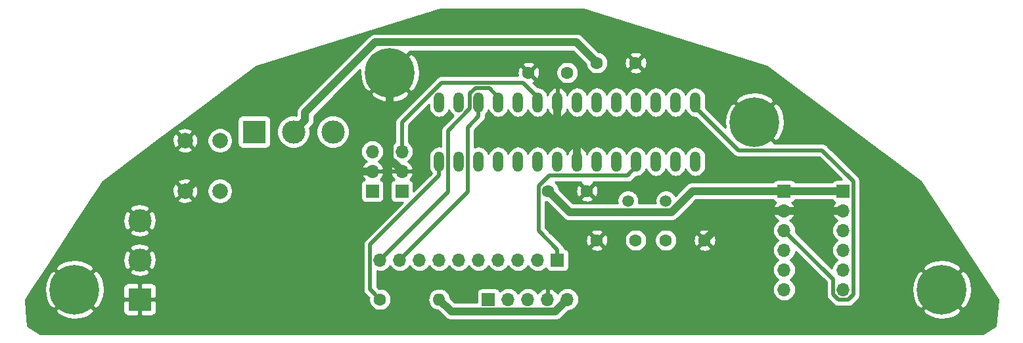
<source format=gbr>
G04 #@! TF.GenerationSoftware,KiCad,Pcbnew,(5.1.2)-1*
G04 #@! TF.CreationDate,2019-05-22T15:10:38+02:00*
G04 #@! TF.ProjectId,ADClock1,4144436c-6f63-46b3-912e-6b696361645f,rev?*
G04 #@! TF.SameCoordinates,Original*
G04 #@! TF.FileFunction,Copper,L2,Bot*
G04 #@! TF.FilePolarity,Positive*
%FSLAX46Y46*%
G04 Gerber Fmt 4.6, Leading zero omitted, Abs format (unit mm)*
G04 Created by KiCad (PCBNEW (5.1.2)-1) date 2019-05-22 15:10:38*
%MOMM*%
%LPD*%
G04 APERTURE LIST*
%ADD10C,1.600000*%
%ADD11R,1.700000X1.700000*%
%ADD12O,1.700000X1.700000*%
%ADD13C,3.000000*%
%ADD14R,3.000000X3.000000*%
%ADD15C,6.400000*%
%ADD16O,1.320800X2.641600*%
%ADD17O,1.600000X1.600000*%
%ADD18C,2.000000*%
%ADD19C,1.500000*%
%ADD20C,1.000000*%
%ADD21C,0.500000*%
%ADD22C,0.254000*%
G04 APERTURE END LIST*
D10*
X100330000Y-52070000D03*
X105330000Y-52070000D03*
X109220000Y-52070000D03*
X114220000Y-52070000D03*
X91520000Y-30480000D03*
X96520000Y-30480000D03*
X100330000Y-29210000D03*
X105330000Y-29210000D03*
X94060000Y-45720000D03*
X99060000Y-45720000D03*
D11*
X95250000Y-54610000D03*
D12*
X92710000Y-54610000D03*
X90170000Y-54610000D03*
X87630000Y-54610000D03*
X85090000Y-54610000D03*
X82550000Y-54610000D03*
X80010000Y-54610000D03*
X77470000Y-54610000D03*
X74930000Y-54610000D03*
X72390000Y-54610000D03*
D13*
X41410000Y-49530000D03*
X41410000Y-54610000D03*
D14*
X41410000Y-59690000D03*
D15*
X73660000Y-30480000D03*
X144780000Y-58420000D03*
X120650000Y-36830000D03*
X33020000Y-58420000D03*
D12*
X75200000Y-40640000D03*
X75200000Y-43180000D03*
D11*
X75200000Y-45720000D03*
D12*
X71390000Y-40640000D03*
X71390000Y-43180000D03*
D11*
X71390000Y-45720000D03*
D16*
X80010000Y-41910000D03*
X82550000Y-41910000D03*
X85090000Y-41910000D03*
X87630000Y-41910000D03*
X90170000Y-41910000D03*
X92710000Y-41910000D03*
X95250000Y-41910000D03*
X97790000Y-41910000D03*
X100330000Y-41910000D03*
X102870000Y-41910000D03*
X105410000Y-41910000D03*
X107950000Y-41910000D03*
X110490000Y-41910000D03*
X113030000Y-41910000D03*
X113030000Y-34290000D03*
X110490000Y-34290000D03*
X107950000Y-34290000D03*
X105410000Y-34290000D03*
X102870000Y-34290000D03*
X100330000Y-34290000D03*
X97790000Y-34290000D03*
X95250000Y-34290000D03*
X92710000Y-34290000D03*
X90170000Y-34290000D03*
X87630000Y-34290000D03*
X85090000Y-34290000D03*
X82550000Y-34290000D03*
X80010000Y-34290000D03*
D11*
X86360000Y-59690000D03*
D12*
X88900000Y-59690000D03*
X91440000Y-59690000D03*
X93980000Y-59690000D03*
X96520000Y-59690000D03*
D10*
X72390000Y-59690000D03*
D17*
X80010000Y-59690000D03*
D11*
X132080000Y-45720000D03*
D12*
X132080000Y-48260000D03*
X132080000Y-50800000D03*
X132080000Y-53340000D03*
X132080000Y-55880000D03*
X132080000Y-58420000D03*
X124460000Y-58420000D03*
X124460000Y-55880000D03*
X124460000Y-53340000D03*
X124460000Y-50800000D03*
X124460000Y-48260000D03*
D11*
X124460000Y-45720000D03*
D18*
X51760000Y-45720000D03*
X47260000Y-45720000D03*
X51760000Y-39220000D03*
X47260000Y-39220000D03*
D14*
X56150000Y-38100000D03*
D13*
X61230000Y-38100000D03*
X66310000Y-38100000D03*
D19*
X109220000Y-46990000D03*
X104340000Y-46990000D03*
D20*
X132080000Y-48260000D02*
X124460000Y-48260000D01*
X118030000Y-48260000D02*
X114220000Y-52070000D01*
X124460000Y-48260000D02*
X118030000Y-48260000D01*
X74350001Y-42330001D02*
X75200000Y-43180000D01*
X73649999Y-41629999D02*
X74350001Y-42330001D01*
X73649999Y-39895999D02*
X73649999Y-41629999D01*
X73660000Y-39885998D02*
X73649999Y-39895999D01*
X73660000Y-30480000D02*
X73660000Y-39885998D01*
X97790000Y-39589200D02*
X97790000Y-41910000D01*
X97790000Y-39150800D02*
X97790000Y-39589200D01*
X95250000Y-36610800D02*
X97790000Y-39150800D01*
X95250000Y-34290000D02*
X95250000Y-36610800D01*
X49800000Y-43180000D02*
X47260000Y-45720000D01*
X71390000Y-43180000D02*
X49800000Y-43180000D01*
D21*
X71590001Y-58890001D02*
X72390000Y-59690000D01*
X71089999Y-58389999D02*
X71590001Y-58890001D01*
X71089999Y-52650801D02*
X71089999Y-58389999D01*
X80010000Y-43730800D02*
X71089999Y-52650801D01*
X80010000Y-41910000D02*
X80010000Y-43730800D01*
X113030000Y-34950400D02*
X113030000Y-34290000D01*
X118559601Y-40480001D02*
X113030000Y-34950400D01*
X133380001Y-44509999D02*
X129350003Y-40480001D01*
X129350003Y-40480001D02*
X118559601Y-40480001D01*
X133380001Y-59044001D02*
X133380001Y-44509999D01*
X132704001Y-59720001D02*
X133380001Y-59044001D01*
X131455999Y-59720001D02*
X132704001Y-59720001D01*
X130779999Y-59044001D02*
X131455999Y-59720001D01*
X130779999Y-57119999D02*
X130779999Y-59044001D01*
X124460000Y-50800000D02*
X130779999Y-57119999D01*
X75200000Y-39437919D02*
X75200000Y-40640000D01*
X75200000Y-36869244D02*
X75200000Y-39437919D01*
X80300054Y-31769190D02*
X75200000Y-36869244D01*
X90849590Y-31769190D02*
X80300054Y-31769190D01*
X92710000Y-33629600D02*
X90849590Y-31769190D01*
X92710000Y-34290000D02*
X92710000Y-33629600D01*
D20*
X95670001Y-60539999D02*
X96520000Y-59690000D01*
X94969999Y-61240001D02*
X95670001Y-60539999D01*
X81560001Y-61240001D02*
X94969999Y-61240001D01*
X80010000Y-59690000D02*
X81560001Y-61240001D01*
X94859999Y-46519999D02*
X94060000Y-45720000D01*
X96780001Y-48440001D02*
X94859999Y-46519999D01*
X109916001Y-48440001D02*
X96780001Y-48440001D01*
X112636002Y-45720000D02*
X109916001Y-48440001D01*
X124460000Y-45720000D02*
X112636002Y-45720000D01*
X132080000Y-45720000D02*
X124460000Y-45720000D01*
X99530001Y-28410001D02*
X100330000Y-29210000D01*
X97699999Y-26579999D02*
X99530001Y-28410001D01*
X71787999Y-26579999D02*
X97699999Y-26579999D01*
X62729999Y-35637999D02*
X71787999Y-26579999D01*
X62729999Y-36600001D02*
X62729999Y-35637999D01*
X61230000Y-38100000D02*
X62729999Y-36600001D01*
D21*
X104249600Y-43730800D02*
X105410000Y-42570400D01*
X94199198Y-43730800D02*
X104249600Y-43730800D01*
X105410000Y-42570400D02*
X105410000Y-41910000D01*
X92809999Y-50819999D02*
X92809999Y-45119999D01*
X95250000Y-53260000D02*
X92809999Y-50819999D01*
X92809999Y-45119999D02*
X94199198Y-43730800D01*
X95250000Y-54610000D02*
X95250000Y-53260000D01*
X85090000Y-36110800D02*
X85090000Y-34290000D01*
X83660410Y-37540390D02*
X85090000Y-36110800D01*
X83660410Y-45879590D02*
X83660410Y-37540390D01*
X74930000Y-54610000D02*
X83660410Y-45879590D01*
X87630000Y-33629600D02*
X87630000Y-34290000D01*
X84680044Y-32469200D02*
X86469600Y-32469200D01*
X83979590Y-33169654D02*
X84680044Y-32469200D01*
X83979590Y-35091166D02*
X83979590Y-33169654D01*
X86469600Y-32469200D02*
X87630000Y-33629600D01*
X81120410Y-37950346D02*
X83979590Y-35091166D01*
X81120410Y-45879590D02*
X81120410Y-37950346D01*
X72390000Y-54610000D02*
X81120410Y-45879590D01*
D22*
G36*
X122228224Y-29636350D02*
G01*
X142008900Y-44502952D01*
X152015695Y-59705899D01*
X151700968Y-63080184D01*
X150091579Y-64139507D01*
X28606882Y-64139507D01*
X26997492Y-63080184D01*
X26814744Y-61120881D01*
X30498724Y-61120881D01*
X30858912Y-61610548D01*
X31522882Y-61970849D01*
X32244385Y-62194694D01*
X32995695Y-62273480D01*
X33747938Y-62204178D01*
X34472208Y-61989452D01*
X35140670Y-61637555D01*
X35181088Y-61610548D01*
X35490433Y-61190000D01*
X39271928Y-61190000D01*
X39284188Y-61314482D01*
X39320498Y-61434180D01*
X39379463Y-61544494D01*
X39458815Y-61641185D01*
X39555506Y-61720537D01*
X39665820Y-61779502D01*
X39785518Y-61815812D01*
X39910000Y-61828072D01*
X41124250Y-61825000D01*
X41283000Y-61666250D01*
X41283000Y-59817000D01*
X41537000Y-59817000D01*
X41537000Y-61666250D01*
X41695750Y-61825000D01*
X42910000Y-61828072D01*
X43034482Y-61815812D01*
X43154180Y-61779502D01*
X43264494Y-61720537D01*
X43361185Y-61641185D01*
X43440537Y-61544494D01*
X43499502Y-61434180D01*
X43535812Y-61314482D01*
X43548072Y-61190000D01*
X43545000Y-59975750D01*
X43386250Y-59817000D01*
X41537000Y-59817000D01*
X41283000Y-59817000D01*
X39433750Y-59817000D01*
X39275000Y-59975750D01*
X39271928Y-61190000D01*
X35490433Y-61190000D01*
X35541276Y-61120881D01*
X33020000Y-58599605D01*
X30498724Y-61120881D01*
X26814744Y-61120881D01*
X26682765Y-59705898D01*
X27545159Y-58395695D01*
X29166520Y-58395695D01*
X29235822Y-59147938D01*
X29450548Y-59872208D01*
X29802445Y-60540670D01*
X29829452Y-60581088D01*
X30319119Y-60941276D01*
X32840395Y-58420000D01*
X33199605Y-58420000D01*
X35720881Y-60941276D01*
X36210548Y-60581088D01*
X36570849Y-59917118D01*
X36794694Y-59195615D01*
X36873480Y-58444305D01*
X36850052Y-58190000D01*
X39271928Y-58190000D01*
X39275000Y-59404250D01*
X39433750Y-59563000D01*
X41283000Y-59563000D01*
X41283000Y-57713750D01*
X41537000Y-57713750D01*
X41537000Y-59563000D01*
X43386250Y-59563000D01*
X43545000Y-59404250D01*
X43548072Y-58190000D01*
X43535812Y-58065518D01*
X43499502Y-57945820D01*
X43440537Y-57835506D01*
X43361185Y-57738815D01*
X43264494Y-57659463D01*
X43154180Y-57600498D01*
X43034482Y-57564188D01*
X42910000Y-57551928D01*
X41695750Y-57555000D01*
X41537000Y-57713750D01*
X41283000Y-57713750D01*
X41124250Y-57555000D01*
X39910000Y-57551928D01*
X39785518Y-57564188D01*
X39665820Y-57600498D01*
X39555506Y-57659463D01*
X39458815Y-57738815D01*
X39379463Y-57835506D01*
X39320498Y-57945820D01*
X39284188Y-58065518D01*
X39271928Y-58190000D01*
X36850052Y-58190000D01*
X36804178Y-57692062D01*
X36589452Y-56967792D01*
X36237555Y-56299330D01*
X36210548Y-56258912D01*
X35996759Y-56101653D01*
X40097952Y-56101653D01*
X40253962Y-56417214D01*
X40628745Y-56608020D01*
X41033551Y-56722044D01*
X41452824Y-56754902D01*
X41870451Y-56705334D01*
X42270383Y-56575243D01*
X42566038Y-56417214D01*
X42722048Y-56101653D01*
X41410000Y-54789605D01*
X40097952Y-56101653D01*
X35996759Y-56101653D01*
X35720881Y-55898724D01*
X33199605Y-58420000D01*
X32840395Y-58420000D01*
X30319119Y-55898724D01*
X29829452Y-56258912D01*
X29469151Y-56922882D01*
X29245306Y-57644385D01*
X29166520Y-58395695D01*
X27545159Y-58395695D01*
X29306919Y-55719119D01*
X30498724Y-55719119D01*
X33020000Y-58240395D01*
X35541276Y-55719119D01*
X35181088Y-55229452D01*
X34517118Y-54869151D01*
X33819848Y-54652824D01*
X39265098Y-54652824D01*
X39314666Y-55070451D01*
X39444757Y-55470383D01*
X39602786Y-55766038D01*
X39918347Y-55922048D01*
X41230395Y-54610000D01*
X41589605Y-54610000D01*
X42901653Y-55922048D01*
X43217214Y-55766038D01*
X43408020Y-55391255D01*
X43522044Y-54986449D01*
X43554902Y-54567176D01*
X43505334Y-54149549D01*
X43375243Y-53749617D01*
X43217214Y-53453962D01*
X42901653Y-53297952D01*
X41589605Y-54610000D01*
X41230395Y-54610000D01*
X39918347Y-53297952D01*
X39602786Y-53453962D01*
X39411980Y-53828745D01*
X39297956Y-54233551D01*
X39265098Y-54652824D01*
X33819848Y-54652824D01*
X33795615Y-54645306D01*
X33044305Y-54566520D01*
X32292062Y-54635822D01*
X31567792Y-54850548D01*
X30899330Y-55202445D01*
X30858912Y-55229452D01*
X30498724Y-55719119D01*
X29306919Y-55719119D01*
X31018784Y-53118347D01*
X40097952Y-53118347D01*
X41410000Y-54430395D01*
X42722048Y-53118347D01*
X42566038Y-52802786D01*
X42267508Y-52650801D01*
X70200718Y-52650801D01*
X70204999Y-52694270D01*
X70205000Y-58346520D01*
X70200718Y-58389999D01*
X70217804Y-58563489D01*
X70268411Y-58730312D01*
X70350589Y-58884058D01*
X70433467Y-58985045D01*
X70433470Y-58985048D01*
X70461183Y-59018816D01*
X70494951Y-59046529D01*
X70961983Y-59513561D01*
X70955000Y-59548665D01*
X70955000Y-59831335D01*
X71010147Y-60108574D01*
X71118320Y-60369727D01*
X71275363Y-60604759D01*
X71475241Y-60804637D01*
X71710273Y-60961680D01*
X71971426Y-61069853D01*
X72248665Y-61125000D01*
X72531335Y-61125000D01*
X72808574Y-61069853D01*
X73069727Y-60961680D01*
X73304759Y-60804637D01*
X73504637Y-60604759D01*
X73661680Y-60369727D01*
X73769853Y-60108574D01*
X73825000Y-59831335D01*
X73825000Y-59690000D01*
X78568057Y-59690000D01*
X78595764Y-59971309D01*
X78677818Y-60241808D01*
X78811068Y-60491101D01*
X78990392Y-60709608D01*
X79208899Y-60888932D01*
X79458192Y-61022182D01*
X79728691Y-61104236D01*
X79828983Y-61114114D01*
X80718010Y-62003141D01*
X80753552Y-62046450D01*
X80926378Y-62188285D01*
X81123554Y-62293677D01*
X81337502Y-62358578D01*
X81504249Y-62375001D01*
X81504258Y-62375001D01*
X81560000Y-62380491D01*
X81615742Y-62375001D01*
X94914248Y-62375001D01*
X94969999Y-62380492D01*
X95025750Y-62375001D01*
X95025751Y-62375001D01*
X95192498Y-62358578D01*
X95406446Y-62293677D01*
X95603622Y-62188285D01*
X95776448Y-62046450D01*
X95811995Y-62003136D01*
X96645286Y-61169845D01*
X96811111Y-61153513D01*
X96918683Y-61120881D01*
X142258724Y-61120881D01*
X142618912Y-61610548D01*
X143282882Y-61970849D01*
X144004385Y-62194694D01*
X144755695Y-62273480D01*
X145507938Y-62204178D01*
X146232208Y-61989452D01*
X146900670Y-61637555D01*
X146941088Y-61610548D01*
X147301276Y-61120881D01*
X144780000Y-58599605D01*
X142258724Y-61120881D01*
X96918683Y-61120881D01*
X97091034Y-61068599D01*
X97349014Y-60930706D01*
X97575134Y-60745134D01*
X97760706Y-60519014D01*
X97898599Y-60261034D01*
X97983513Y-59981111D01*
X98012185Y-59690000D01*
X97983513Y-59398889D01*
X97898599Y-59118966D01*
X97760706Y-58860986D01*
X97575134Y-58634866D01*
X97349014Y-58449294D01*
X97091034Y-58311401D01*
X96811111Y-58226487D01*
X96592950Y-58205000D01*
X96447050Y-58205000D01*
X96228889Y-58226487D01*
X95948966Y-58311401D01*
X95690986Y-58449294D01*
X95464866Y-58634866D01*
X95279294Y-58860986D01*
X95244799Y-58925523D01*
X95175178Y-58808645D01*
X94980269Y-58592412D01*
X94746920Y-58418359D01*
X94484099Y-58293175D01*
X94336890Y-58248524D01*
X94107000Y-58369845D01*
X94107000Y-59563000D01*
X94127000Y-59563000D01*
X94127000Y-59817000D01*
X94107000Y-59817000D01*
X94107000Y-59837000D01*
X93853000Y-59837000D01*
X93853000Y-59817000D01*
X93833000Y-59817000D01*
X93833000Y-59563000D01*
X93853000Y-59563000D01*
X93853000Y-58369845D01*
X93623110Y-58248524D01*
X93475901Y-58293175D01*
X93213080Y-58418359D01*
X92979731Y-58592412D01*
X92784822Y-58808645D01*
X92715201Y-58925523D01*
X92680706Y-58860986D01*
X92495134Y-58634866D01*
X92269014Y-58449294D01*
X92011034Y-58311401D01*
X91731111Y-58226487D01*
X91512950Y-58205000D01*
X91367050Y-58205000D01*
X91148889Y-58226487D01*
X90868966Y-58311401D01*
X90610986Y-58449294D01*
X90384866Y-58634866D01*
X90199294Y-58860986D01*
X90170000Y-58915791D01*
X90140706Y-58860986D01*
X89955134Y-58634866D01*
X89729014Y-58449294D01*
X89471034Y-58311401D01*
X89191111Y-58226487D01*
X88972950Y-58205000D01*
X88827050Y-58205000D01*
X88608889Y-58226487D01*
X88328966Y-58311401D01*
X88070986Y-58449294D01*
X87844866Y-58634866D01*
X87820393Y-58664687D01*
X87799502Y-58595820D01*
X87740537Y-58485506D01*
X87661185Y-58388815D01*
X87564494Y-58309463D01*
X87454180Y-58250498D01*
X87334482Y-58214188D01*
X87210000Y-58201928D01*
X85510000Y-58201928D01*
X85385518Y-58214188D01*
X85265820Y-58250498D01*
X85155506Y-58309463D01*
X85058815Y-58388815D01*
X84979463Y-58485506D01*
X84920498Y-58595820D01*
X84884188Y-58715518D01*
X84871928Y-58840000D01*
X84871928Y-60105001D01*
X82030133Y-60105001D01*
X81434114Y-59508983D01*
X81424236Y-59408691D01*
X81342182Y-59138192D01*
X81208932Y-58888899D01*
X81029608Y-58670392D01*
X80811101Y-58491068D01*
X80561808Y-58357818D01*
X80291309Y-58275764D01*
X80080492Y-58255000D01*
X79939508Y-58255000D01*
X79728691Y-58275764D01*
X79458192Y-58357818D01*
X79208899Y-58491068D01*
X78990392Y-58670392D01*
X78811068Y-58888899D01*
X78677818Y-59138192D01*
X78595764Y-59408691D01*
X78568057Y-59690000D01*
X73825000Y-59690000D01*
X73825000Y-59548665D01*
X73769853Y-59271426D01*
X73661680Y-59010273D01*
X73504637Y-58775241D01*
X73304759Y-58575363D01*
X73069727Y-58418320D01*
X72808574Y-58310147D01*
X72531335Y-58255000D01*
X72248665Y-58255000D01*
X72213561Y-58261983D01*
X71974999Y-58023421D01*
X71974999Y-56035931D01*
X72098889Y-56073513D01*
X72317050Y-56095000D01*
X72462950Y-56095000D01*
X72681111Y-56073513D01*
X72961034Y-55988599D01*
X73219014Y-55850706D01*
X73445134Y-55665134D01*
X73630706Y-55439014D01*
X73660000Y-55384209D01*
X73689294Y-55439014D01*
X73874866Y-55665134D01*
X74100986Y-55850706D01*
X74358966Y-55988599D01*
X74638889Y-56073513D01*
X74857050Y-56095000D01*
X75002950Y-56095000D01*
X75221111Y-56073513D01*
X75501034Y-55988599D01*
X75759014Y-55850706D01*
X75985134Y-55665134D01*
X76170706Y-55439014D01*
X76200000Y-55384209D01*
X76229294Y-55439014D01*
X76414866Y-55665134D01*
X76640986Y-55850706D01*
X76898966Y-55988599D01*
X77178889Y-56073513D01*
X77397050Y-56095000D01*
X77542950Y-56095000D01*
X77761111Y-56073513D01*
X78041034Y-55988599D01*
X78299014Y-55850706D01*
X78525134Y-55665134D01*
X78710706Y-55439014D01*
X78740000Y-55384209D01*
X78769294Y-55439014D01*
X78954866Y-55665134D01*
X79180986Y-55850706D01*
X79438966Y-55988599D01*
X79718889Y-56073513D01*
X79937050Y-56095000D01*
X80082950Y-56095000D01*
X80301111Y-56073513D01*
X80581034Y-55988599D01*
X80839014Y-55850706D01*
X81065134Y-55665134D01*
X81250706Y-55439014D01*
X81280000Y-55384209D01*
X81309294Y-55439014D01*
X81494866Y-55665134D01*
X81720986Y-55850706D01*
X81978966Y-55988599D01*
X82258889Y-56073513D01*
X82477050Y-56095000D01*
X82622950Y-56095000D01*
X82841111Y-56073513D01*
X83121034Y-55988599D01*
X83379014Y-55850706D01*
X83605134Y-55665134D01*
X83790706Y-55439014D01*
X83820000Y-55384209D01*
X83849294Y-55439014D01*
X84034866Y-55665134D01*
X84260986Y-55850706D01*
X84518966Y-55988599D01*
X84798889Y-56073513D01*
X85017050Y-56095000D01*
X85162950Y-56095000D01*
X85381111Y-56073513D01*
X85661034Y-55988599D01*
X85919014Y-55850706D01*
X86145134Y-55665134D01*
X86330706Y-55439014D01*
X86360000Y-55384209D01*
X86389294Y-55439014D01*
X86574866Y-55665134D01*
X86800986Y-55850706D01*
X87058966Y-55988599D01*
X87338889Y-56073513D01*
X87557050Y-56095000D01*
X87702950Y-56095000D01*
X87921111Y-56073513D01*
X88201034Y-55988599D01*
X88459014Y-55850706D01*
X88685134Y-55665134D01*
X88870706Y-55439014D01*
X88900000Y-55384209D01*
X88929294Y-55439014D01*
X89114866Y-55665134D01*
X89340986Y-55850706D01*
X89598966Y-55988599D01*
X89878889Y-56073513D01*
X90097050Y-56095000D01*
X90242950Y-56095000D01*
X90461111Y-56073513D01*
X90741034Y-55988599D01*
X90999014Y-55850706D01*
X91225134Y-55665134D01*
X91410706Y-55439014D01*
X91440000Y-55384209D01*
X91469294Y-55439014D01*
X91654866Y-55665134D01*
X91880986Y-55850706D01*
X92138966Y-55988599D01*
X92418889Y-56073513D01*
X92637050Y-56095000D01*
X92782950Y-56095000D01*
X93001111Y-56073513D01*
X93281034Y-55988599D01*
X93539014Y-55850706D01*
X93765134Y-55665134D01*
X93789607Y-55635313D01*
X93810498Y-55704180D01*
X93869463Y-55814494D01*
X93948815Y-55911185D01*
X94045506Y-55990537D01*
X94155820Y-56049502D01*
X94275518Y-56085812D01*
X94400000Y-56098072D01*
X96100000Y-56098072D01*
X96224482Y-56085812D01*
X96344180Y-56049502D01*
X96454494Y-55990537D01*
X96551185Y-55911185D01*
X96630537Y-55814494D01*
X96689502Y-55704180D01*
X96725812Y-55584482D01*
X96738072Y-55460000D01*
X96738072Y-53760000D01*
X96725812Y-53635518D01*
X96689502Y-53515820D01*
X96630537Y-53405506D01*
X96551185Y-53308815D01*
X96454494Y-53229463D01*
X96344180Y-53170498D01*
X96224482Y-53134188D01*
X96125935Y-53124482D01*
X96122195Y-53086510D01*
X96114974Y-53062702D01*
X99516903Y-53062702D01*
X99588486Y-53306671D01*
X99843996Y-53427571D01*
X100118184Y-53496300D01*
X100400512Y-53510217D01*
X100680130Y-53468787D01*
X100946292Y-53373603D01*
X101071514Y-53306671D01*
X101143097Y-53062702D01*
X100330000Y-52249605D01*
X99516903Y-53062702D01*
X96114974Y-53062702D01*
X96110783Y-53048889D01*
X96071589Y-52919686D01*
X95989411Y-52765941D01*
X95906532Y-52664953D01*
X95906530Y-52664951D01*
X95878817Y-52631183D01*
X95845049Y-52603470D01*
X95382091Y-52140512D01*
X98889783Y-52140512D01*
X98931213Y-52420130D01*
X99026397Y-52686292D01*
X99093329Y-52811514D01*
X99337298Y-52883097D01*
X100150395Y-52070000D01*
X100509605Y-52070000D01*
X101322702Y-52883097D01*
X101566671Y-52811514D01*
X101687571Y-52556004D01*
X101756300Y-52281816D01*
X101770217Y-51999488D01*
X101759724Y-51928665D01*
X103895000Y-51928665D01*
X103895000Y-52211335D01*
X103950147Y-52488574D01*
X104058320Y-52749727D01*
X104215363Y-52984759D01*
X104415241Y-53184637D01*
X104650273Y-53341680D01*
X104911426Y-53449853D01*
X105188665Y-53505000D01*
X105471335Y-53505000D01*
X105748574Y-53449853D01*
X106009727Y-53341680D01*
X106244759Y-53184637D01*
X106444637Y-52984759D01*
X106601680Y-52749727D01*
X106709853Y-52488574D01*
X106765000Y-52211335D01*
X106765000Y-51928665D01*
X107785000Y-51928665D01*
X107785000Y-52211335D01*
X107840147Y-52488574D01*
X107948320Y-52749727D01*
X108105363Y-52984759D01*
X108305241Y-53184637D01*
X108540273Y-53341680D01*
X108801426Y-53449853D01*
X109078665Y-53505000D01*
X109361335Y-53505000D01*
X109638574Y-53449853D01*
X109899727Y-53341680D01*
X110134759Y-53184637D01*
X110256694Y-53062702D01*
X113406903Y-53062702D01*
X113478486Y-53306671D01*
X113733996Y-53427571D01*
X114008184Y-53496300D01*
X114290512Y-53510217D01*
X114570130Y-53468787D01*
X114836292Y-53373603D01*
X114961514Y-53306671D01*
X115033097Y-53062702D01*
X114220000Y-52249605D01*
X113406903Y-53062702D01*
X110256694Y-53062702D01*
X110334637Y-52984759D01*
X110491680Y-52749727D01*
X110599853Y-52488574D01*
X110655000Y-52211335D01*
X110655000Y-52140512D01*
X112779783Y-52140512D01*
X112821213Y-52420130D01*
X112916397Y-52686292D01*
X112983329Y-52811514D01*
X113227298Y-52883097D01*
X114040395Y-52070000D01*
X114399605Y-52070000D01*
X115212702Y-52883097D01*
X115456671Y-52811514D01*
X115577571Y-52556004D01*
X115646300Y-52281816D01*
X115660217Y-51999488D01*
X115618787Y-51719870D01*
X115523603Y-51453708D01*
X115456671Y-51328486D01*
X115212702Y-51256903D01*
X114399605Y-52070000D01*
X114040395Y-52070000D01*
X113227298Y-51256903D01*
X112983329Y-51328486D01*
X112862429Y-51583996D01*
X112793700Y-51858184D01*
X112779783Y-52140512D01*
X110655000Y-52140512D01*
X110655000Y-51928665D01*
X110599853Y-51651426D01*
X110491680Y-51390273D01*
X110334637Y-51155241D01*
X110256694Y-51077298D01*
X113406903Y-51077298D01*
X114220000Y-51890395D01*
X115033097Y-51077298D01*
X114961514Y-50833329D01*
X114706004Y-50712429D01*
X114431816Y-50643700D01*
X114149488Y-50629783D01*
X113869870Y-50671213D01*
X113603708Y-50766397D01*
X113478486Y-50833329D01*
X113406903Y-51077298D01*
X110256694Y-51077298D01*
X110134759Y-50955363D01*
X109899727Y-50798320D01*
X109638574Y-50690147D01*
X109361335Y-50635000D01*
X109078665Y-50635000D01*
X108801426Y-50690147D01*
X108540273Y-50798320D01*
X108305241Y-50955363D01*
X108105363Y-51155241D01*
X107948320Y-51390273D01*
X107840147Y-51651426D01*
X107785000Y-51928665D01*
X106765000Y-51928665D01*
X106709853Y-51651426D01*
X106601680Y-51390273D01*
X106444637Y-51155241D01*
X106244759Y-50955363D01*
X106009727Y-50798320D01*
X105748574Y-50690147D01*
X105471335Y-50635000D01*
X105188665Y-50635000D01*
X104911426Y-50690147D01*
X104650273Y-50798320D01*
X104415241Y-50955363D01*
X104215363Y-51155241D01*
X104058320Y-51390273D01*
X103950147Y-51651426D01*
X103895000Y-51928665D01*
X101759724Y-51928665D01*
X101728787Y-51719870D01*
X101633603Y-51453708D01*
X101566671Y-51328486D01*
X101322702Y-51256903D01*
X100509605Y-52070000D01*
X100150395Y-52070000D01*
X99337298Y-51256903D01*
X99093329Y-51328486D01*
X98972429Y-51583996D01*
X98903700Y-51858184D01*
X98889783Y-52140512D01*
X95382091Y-52140512D01*
X94318877Y-51077298D01*
X99516903Y-51077298D01*
X100330000Y-51890395D01*
X101143097Y-51077298D01*
X101071514Y-50833329D01*
X100816004Y-50712429D01*
X100541816Y-50643700D01*
X100259488Y-50629783D01*
X99979870Y-50671213D01*
X99713708Y-50766397D01*
X99588486Y-50833329D01*
X99516903Y-51077298D01*
X94318877Y-51077298D01*
X93694999Y-50453421D01*
X93694999Y-47110509D01*
X93882718Y-47147850D01*
X94096855Y-47361987D01*
X94096860Y-47361991D01*
X95938010Y-49203142D01*
X95973552Y-49246450D01*
X96146378Y-49388285D01*
X96343554Y-49493677D01*
X96557502Y-49558578D01*
X96702146Y-49572824D01*
X96780001Y-49580492D01*
X96835753Y-49575001D01*
X109860250Y-49575001D01*
X109916001Y-49580492D01*
X109971752Y-49575001D01*
X109971753Y-49575001D01*
X110138500Y-49558578D01*
X110352448Y-49493677D01*
X110549624Y-49388285D01*
X110722450Y-49246450D01*
X110757997Y-49203136D01*
X113106134Y-46855000D01*
X123042317Y-46855000D01*
X123079463Y-46924494D01*
X123158815Y-47021185D01*
X123255506Y-47100537D01*
X123365820Y-47159502D01*
X123446466Y-47183966D01*
X123362412Y-47259731D01*
X123188359Y-47493080D01*
X123063175Y-47755901D01*
X123018524Y-47903110D01*
X123139845Y-48133000D01*
X124333000Y-48133000D01*
X124333000Y-48113000D01*
X124587000Y-48113000D01*
X124587000Y-48133000D01*
X125780155Y-48133000D01*
X125901476Y-47903110D01*
X125856825Y-47755901D01*
X125731641Y-47493080D01*
X125557588Y-47259731D01*
X125473534Y-47183966D01*
X125554180Y-47159502D01*
X125664494Y-47100537D01*
X125761185Y-47021185D01*
X125840537Y-46924494D01*
X125877683Y-46855000D01*
X130662317Y-46855000D01*
X130699463Y-46924494D01*
X130778815Y-47021185D01*
X130875506Y-47100537D01*
X130985820Y-47159502D01*
X131066466Y-47183966D01*
X130982412Y-47259731D01*
X130808359Y-47493080D01*
X130683175Y-47755901D01*
X130638524Y-47903110D01*
X130759845Y-48133000D01*
X131953000Y-48133000D01*
X131953000Y-48113000D01*
X132207000Y-48113000D01*
X132207000Y-48133000D01*
X132227000Y-48133000D01*
X132227000Y-48387000D01*
X132207000Y-48387000D01*
X132207000Y-48407000D01*
X131953000Y-48407000D01*
X131953000Y-48387000D01*
X130759845Y-48387000D01*
X130638524Y-48616890D01*
X130683175Y-48764099D01*
X130808359Y-49026920D01*
X130982412Y-49260269D01*
X131198645Y-49455178D01*
X131315523Y-49524799D01*
X131250986Y-49559294D01*
X131024866Y-49744866D01*
X130839294Y-49970986D01*
X130701401Y-50228966D01*
X130616487Y-50508889D01*
X130587815Y-50800000D01*
X130616487Y-51091111D01*
X130701401Y-51371034D01*
X130839294Y-51629014D01*
X131024866Y-51855134D01*
X131250986Y-52040706D01*
X131305791Y-52070000D01*
X131250986Y-52099294D01*
X131024866Y-52284866D01*
X130839294Y-52510986D01*
X130701401Y-52768966D01*
X130616487Y-53048889D01*
X130587815Y-53340000D01*
X130616487Y-53631111D01*
X130701401Y-53911034D01*
X130839294Y-54169014D01*
X131024866Y-54395134D01*
X131250986Y-54580706D01*
X131305791Y-54610000D01*
X131250986Y-54639294D01*
X131024866Y-54824866D01*
X130839294Y-55050986D01*
X130701401Y-55308966D01*
X130616487Y-55588889D01*
X130606085Y-55694506D01*
X125930612Y-51019034D01*
X125952185Y-50800000D01*
X125923513Y-50508889D01*
X125838599Y-50228966D01*
X125700706Y-49970986D01*
X125515134Y-49744866D01*
X125289014Y-49559294D01*
X125224477Y-49524799D01*
X125341355Y-49455178D01*
X125557588Y-49260269D01*
X125731641Y-49026920D01*
X125856825Y-48764099D01*
X125901476Y-48616890D01*
X125780155Y-48387000D01*
X124587000Y-48387000D01*
X124587000Y-48407000D01*
X124333000Y-48407000D01*
X124333000Y-48387000D01*
X123139845Y-48387000D01*
X123018524Y-48616890D01*
X123063175Y-48764099D01*
X123188359Y-49026920D01*
X123362412Y-49260269D01*
X123578645Y-49455178D01*
X123695523Y-49524799D01*
X123630986Y-49559294D01*
X123404866Y-49744866D01*
X123219294Y-49970986D01*
X123081401Y-50228966D01*
X122996487Y-50508889D01*
X122967815Y-50800000D01*
X122996487Y-51091111D01*
X123081401Y-51371034D01*
X123219294Y-51629014D01*
X123404866Y-51855134D01*
X123630986Y-52040706D01*
X123685791Y-52070000D01*
X123630986Y-52099294D01*
X123404866Y-52284866D01*
X123219294Y-52510986D01*
X123081401Y-52768966D01*
X122996487Y-53048889D01*
X122967815Y-53340000D01*
X122996487Y-53631111D01*
X123081401Y-53911034D01*
X123219294Y-54169014D01*
X123404866Y-54395134D01*
X123630986Y-54580706D01*
X123685791Y-54610000D01*
X123630986Y-54639294D01*
X123404866Y-54824866D01*
X123219294Y-55050986D01*
X123081401Y-55308966D01*
X122996487Y-55588889D01*
X122967815Y-55880000D01*
X122996487Y-56171111D01*
X123081401Y-56451034D01*
X123219294Y-56709014D01*
X123404866Y-56935134D01*
X123630986Y-57120706D01*
X123685791Y-57150000D01*
X123630986Y-57179294D01*
X123404866Y-57364866D01*
X123219294Y-57590986D01*
X123081401Y-57848966D01*
X122996487Y-58128889D01*
X122967815Y-58420000D01*
X122996487Y-58711111D01*
X123081401Y-58991034D01*
X123219294Y-59249014D01*
X123404866Y-59475134D01*
X123630986Y-59660706D01*
X123888966Y-59798599D01*
X124168889Y-59883513D01*
X124387050Y-59905000D01*
X124532950Y-59905000D01*
X124751111Y-59883513D01*
X125031034Y-59798599D01*
X125289014Y-59660706D01*
X125515134Y-59475134D01*
X125700706Y-59249014D01*
X125838599Y-58991034D01*
X125923513Y-58711111D01*
X125952185Y-58420000D01*
X125923513Y-58128889D01*
X125838599Y-57848966D01*
X125700706Y-57590986D01*
X125515134Y-57364866D01*
X125289014Y-57179294D01*
X125234209Y-57150000D01*
X125289014Y-57120706D01*
X125515134Y-56935134D01*
X125700706Y-56709014D01*
X125838599Y-56451034D01*
X125923513Y-56171111D01*
X125952185Y-55880000D01*
X125923513Y-55588889D01*
X125838599Y-55308966D01*
X125700706Y-55050986D01*
X125515134Y-54824866D01*
X125289014Y-54639294D01*
X125234209Y-54610000D01*
X125289014Y-54580706D01*
X125515134Y-54395134D01*
X125700706Y-54169014D01*
X125838599Y-53911034D01*
X125923513Y-53631111D01*
X125933915Y-53525494D01*
X129894999Y-57486578D01*
X129895000Y-59000522D01*
X129890718Y-59044001D01*
X129907804Y-59217491D01*
X129958411Y-59384314D01*
X130040589Y-59538060D01*
X130123467Y-59639047D01*
X130123468Y-59639048D01*
X130151183Y-59672818D01*
X130184950Y-59700530D01*
X130799469Y-60315050D01*
X130827182Y-60348818D01*
X130860950Y-60376531D01*
X130860952Y-60376533D01*
X130925383Y-60429410D01*
X130961940Y-60459412D01*
X131115686Y-60541590D01*
X131282509Y-60592196D01*
X131412522Y-60605001D01*
X131412532Y-60605001D01*
X131455998Y-60609282D01*
X131499464Y-60605001D01*
X132660532Y-60605001D01*
X132704001Y-60609282D01*
X132747470Y-60605001D01*
X132747478Y-60605001D01*
X132877491Y-60592196D01*
X133044314Y-60541590D01*
X133198060Y-60459412D01*
X133332818Y-60348818D01*
X133360535Y-60315045D01*
X133975051Y-59700530D01*
X134008818Y-59672818D01*
X134036534Y-59639047D01*
X134109944Y-59549597D01*
X134119412Y-59538060D01*
X134201590Y-59384314D01*
X134252196Y-59217491D01*
X134265001Y-59087478D01*
X134265001Y-59087468D01*
X134269282Y-59044002D01*
X134265001Y-59000536D01*
X134265001Y-58395695D01*
X140926520Y-58395695D01*
X140995822Y-59147938D01*
X141210548Y-59872208D01*
X141562445Y-60540670D01*
X141589452Y-60581088D01*
X142079119Y-60941276D01*
X144600395Y-58420000D01*
X144959605Y-58420000D01*
X147480881Y-60941276D01*
X147970548Y-60581088D01*
X148330849Y-59917118D01*
X148554694Y-59195615D01*
X148633480Y-58444305D01*
X148564178Y-57692062D01*
X148349452Y-56967792D01*
X147997555Y-56299330D01*
X147970548Y-56258912D01*
X147480881Y-55898724D01*
X144959605Y-58420000D01*
X144600395Y-58420000D01*
X142079119Y-55898724D01*
X141589452Y-56258912D01*
X141229151Y-56922882D01*
X141005306Y-57644385D01*
X140926520Y-58395695D01*
X134265001Y-58395695D01*
X134265001Y-55719119D01*
X142258724Y-55719119D01*
X144780000Y-58240395D01*
X147301276Y-55719119D01*
X146941088Y-55229452D01*
X146277118Y-54869151D01*
X145555615Y-54645306D01*
X144804305Y-54566520D01*
X144052062Y-54635822D01*
X143327792Y-54850548D01*
X142659330Y-55202445D01*
X142618912Y-55229452D01*
X142258724Y-55719119D01*
X134265001Y-55719119D01*
X134265001Y-44553468D01*
X134269282Y-44509999D01*
X134265001Y-44466530D01*
X134265001Y-44466522D01*
X134252196Y-44336509D01*
X134201590Y-44169686D01*
X134119412Y-44015940D01*
X134036533Y-43914952D01*
X134036531Y-43914950D01*
X134008818Y-43881182D01*
X133975050Y-43853469D01*
X130006537Y-39884957D01*
X129978820Y-39851184D01*
X129844062Y-39740590D01*
X129690316Y-39658412D01*
X129523493Y-39607806D01*
X129393480Y-39595001D01*
X129393472Y-39595001D01*
X129350003Y-39590720D01*
X129306534Y-39595001D01*
X123124111Y-39595001D01*
X123171276Y-39530881D01*
X120650000Y-37009605D01*
X120635858Y-37023748D01*
X120456253Y-36844143D01*
X120470395Y-36830000D01*
X120829605Y-36830000D01*
X123350881Y-39351276D01*
X123840548Y-38991088D01*
X124200849Y-38327118D01*
X124424694Y-37605615D01*
X124503480Y-36854305D01*
X124434178Y-36102062D01*
X124219452Y-35377792D01*
X123867555Y-34709330D01*
X123840548Y-34668912D01*
X123350881Y-34308724D01*
X120829605Y-36830000D01*
X120470395Y-36830000D01*
X117949119Y-34308724D01*
X117459452Y-34668912D01*
X117099151Y-35332882D01*
X116875306Y-36054385D01*
X116796520Y-36805695D01*
X116863458Y-37532280D01*
X114325400Y-34994222D01*
X114325400Y-34129119D01*
X118128724Y-34129119D01*
X120650000Y-36650395D01*
X123171276Y-34129119D01*
X122811088Y-33639452D01*
X122147118Y-33279151D01*
X121425615Y-33055306D01*
X120674305Y-32976520D01*
X119922062Y-33045822D01*
X119197792Y-33260548D01*
X118529330Y-33612445D01*
X118488912Y-33639452D01*
X118128724Y-34129119D01*
X114325400Y-34129119D01*
X114325400Y-33565970D01*
X114306656Y-33375657D01*
X114232583Y-33131474D01*
X114112297Y-32906433D01*
X113950418Y-32709182D01*
X113753166Y-32547303D01*
X113528125Y-32427017D01*
X113283942Y-32352944D01*
X113030000Y-32327933D01*
X112776057Y-32352944D01*
X112531874Y-32427017D01*
X112306833Y-32547303D01*
X112109582Y-32709182D01*
X111947703Y-32906434D01*
X111827417Y-33131475D01*
X111760000Y-33353716D01*
X111692583Y-33131474D01*
X111572297Y-32906433D01*
X111410418Y-32709182D01*
X111213166Y-32547303D01*
X110988125Y-32427017D01*
X110743942Y-32352944D01*
X110490000Y-32327933D01*
X110236057Y-32352944D01*
X109991874Y-32427017D01*
X109766833Y-32547303D01*
X109569582Y-32709182D01*
X109407703Y-32906434D01*
X109287417Y-33131475D01*
X109220000Y-33353716D01*
X109152583Y-33131474D01*
X109032297Y-32906433D01*
X108870418Y-32709182D01*
X108673166Y-32547303D01*
X108448125Y-32427017D01*
X108203942Y-32352944D01*
X107950000Y-32327933D01*
X107696057Y-32352944D01*
X107451874Y-32427017D01*
X107226833Y-32547303D01*
X107029582Y-32709182D01*
X106867703Y-32906434D01*
X106747417Y-33131475D01*
X106680000Y-33353716D01*
X106612583Y-33131474D01*
X106492297Y-32906433D01*
X106330418Y-32709182D01*
X106133166Y-32547303D01*
X105908125Y-32427017D01*
X105663942Y-32352944D01*
X105410000Y-32327933D01*
X105156057Y-32352944D01*
X104911874Y-32427017D01*
X104686833Y-32547303D01*
X104489582Y-32709182D01*
X104327703Y-32906434D01*
X104207417Y-33131475D01*
X104140000Y-33353716D01*
X104072583Y-33131474D01*
X103952297Y-32906433D01*
X103790418Y-32709182D01*
X103593166Y-32547303D01*
X103368125Y-32427017D01*
X103123942Y-32352944D01*
X102870000Y-32327933D01*
X102616057Y-32352944D01*
X102371874Y-32427017D01*
X102146833Y-32547303D01*
X101949582Y-32709182D01*
X101787703Y-32906434D01*
X101667417Y-33131475D01*
X101600000Y-33353716D01*
X101532583Y-33131474D01*
X101412297Y-32906433D01*
X101250418Y-32709182D01*
X101053166Y-32547303D01*
X100828125Y-32427017D01*
X100583942Y-32352944D01*
X100330000Y-32327933D01*
X100076057Y-32352944D01*
X99831874Y-32427017D01*
X99606833Y-32547303D01*
X99409582Y-32709182D01*
X99247703Y-32906434D01*
X99127417Y-33131475D01*
X99060000Y-33353716D01*
X98992583Y-33131474D01*
X98872297Y-32906433D01*
X98710418Y-32709182D01*
X98513166Y-32547303D01*
X98288125Y-32427017D01*
X98043942Y-32352944D01*
X97790000Y-32327933D01*
X97536057Y-32352944D01*
X97291874Y-32427017D01*
X97066833Y-32547303D01*
X96869582Y-32709182D01*
X96707703Y-32906434D01*
X96587417Y-33131475D01*
X96517494Y-33361977D01*
X96495733Y-33252320D01*
X96398193Y-33016539D01*
X96256529Y-32804317D01*
X96076184Y-32623811D01*
X95864089Y-32481956D01*
X95628395Y-32384205D01*
X95577105Y-32376180D01*
X95377000Y-32500067D01*
X95377000Y-34163000D01*
X95397000Y-34163000D01*
X95397000Y-34417000D01*
X95377000Y-34417000D01*
X95377000Y-36079933D01*
X95577105Y-36203820D01*
X95628395Y-36195795D01*
X95864089Y-36098044D01*
X96076184Y-35956189D01*
X96256529Y-35775683D01*
X96398193Y-35563461D01*
X96495733Y-35327680D01*
X96517494Y-35218023D01*
X96587417Y-35448526D01*
X96707704Y-35673567D01*
X96869583Y-35870818D01*
X97066834Y-36032697D01*
X97291875Y-36152983D01*
X97536058Y-36227056D01*
X97790000Y-36252067D01*
X98043943Y-36227056D01*
X98288126Y-36152983D01*
X98513167Y-36032697D01*
X98710418Y-35870818D01*
X98872297Y-35673567D01*
X98992583Y-35448526D01*
X99060000Y-35226285D01*
X99127417Y-35448526D01*
X99247704Y-35673567D01*
X99409583Y-35870818D01*
X99606834Y-36032697D01*
X99831875Y-36152983D01*
X100076058Y-36227056D01*
X100330000Y-36252067D01*
X100583943Y-36227056D01*
X100828126Y-36152983D01*
X101053167Y-36032697D01*
X101250418Y-35870818D01*
X101412297Y-35673567D01*
X101532583Y-35448526D01*
X101600000Y-35226285D01*
X101667417Y-35448526D01*
X101787704Y-35673567D01*
X101949583Y-35870818D01*
X102146834Y-36032697D01*
X102371875Y-36152983D01*
X102616058Y-36227056D01*
X102870000Y-36252067D01*
X103123943Y-36227056D01*
X103368126Y-36152983D01*
X103593167Y-36032697D01*
X103790418Y-35870818D01*
X103952297Y-35673567D01*
X104072583Y-35448526D01*
X104140000Y-35226285D01*
X104207417Y-35448526D01*
X104327704Y-35673567D01*
X104489583Y-35870818D01*
X104686834Y-36032697D01*
X104911875Y-36152983D01*
X105156058Y-36227056D01*
X105410000Y-36252067D01*
X105663943Y-36227056D01*
X105908126Y-36152983D01*
X106133167Y-36032697D01*
X106330418Y-35870818D01*
X106492297Y-35673567D01*
X106612583Y-35448526D01*
X106680000Y-35226285D01*
X106747417Y-35448526D01*
X106867704Y-35673567D01*
X107029583Y-35870818D01*
X107226834Y-36032697D01*
X107451875Y-36152983D01*
X107696058Y-36227056D01*
X107950000Y-36252067D01*
X108203943Y-36227056D01*
X108448126Y-36152983D01*
X108673167Y-36032697D01*
X108870418Y-35870818D01*
X109032297Y-35673567D01*
X109152583Y-35448526D01*
X109220000Y-35226285D01*
X109287417Y-35448526D01*
X109407704Y-35673567D01*
X109569583Y-35870818D01*
X109766834Y-36032697D01*
X109991875Y-36152983D01*
X110236058Y-36227056D01*
X110490000Y-36252067D01*
X110743943Y-36227056D01*
X110988126Y-36152983D01*
X111213167Y-36032697D01*
X111410418Y-35870818D01*
X111572297Y-35673567D01*
X111692583Y-35448526D01*
X111760000Y-35226285D01*
X111827417Y-35448526D01*
X111947704Y-35673567D01*
X112109583Y-35870818D01*
X112306834Y-36032697D01*
X112531875Y-36152983D01*
X112776058Y-36227056D01*
X113030000Y-36252067D01*
X113075598Y-36247576D01*
X117903071Y-41075050D01*
X117930784Y-41108818D01*
X117964552Y-41136531D01*
X117964554Y-41136533D01*
X118024793Y-41185970D01*
X118065542Y-41219412D01*
X118219288Y-41301590D01*
X118386111Y-41352196D01*
X118516124Y-41365001D01*
X118516132Y-41365001D01*
X118559601Y-41369282D01*
X118603070Y-41365001D01*
X128983425Y-41365001D01*
X131850351Y-44231928D01*
X131230000Y-44231928D01*
X131105518Y-44244188D01*
X130985820Y-44280498D01*
X130875506Y-44339463D01*
X130778815Y-44418815D01*
X130699463Y-44515506D01*
X130662317Y-44585000D01*
X125877683Y-44585000D01*
X125840537Y-44515506D01*
X125761185Y-44418815D01*
X125664494Y-44339463D01*
X125554180Y-44280498D01*
X125434482Y-44244188D01*
X125310000Y-44231928D01*
X123610000Y-44231928D01*
X123485518Y-44244188D01*
X123365820Y-44280498D01*
X123255506Y-44339463D01*
X123158815Y-44418815D01*
X123079463Y-44515506D01*
X123042317Y-44585000D01*
X112691743Y-44585000D01*
X112636001Y-44579510D01*
X112580259Y-44585000D01*
X112580250Y-44585000D01*
X112413503Y-44601423D01*
X112199555Y-44666324D01*
X112002379Y-44771716D01*
X111829553Y-44913551D01*
X111794011Y-44956859D01*
X110435171Y-46315699D01*
X110295799Y-46107114D01*
X110102886Y-45914201D01*
X109876043Y-45762629D01*
X109623989Y-45658225D01*
X109356411Y-45605000D01*
X109083589Y-45605000D01*
X108816011Y-45658225D01*
X108563957Y-45762629D01*
X108337114Y-45914201D01*
X108144201Y-46107114D01*
X107992629Y-46333957D01*
X107888225Y-46586011D01*
X107835000Y-46853589D01*
X107835000Y-47126411D01*
X107870524Y-47305001D01*
X105689476Y-47305001D01*
X105725000Y-47126411D01*
X105725000Y-46853589D01*
X105671775Y-46586011D01*
X105567371Y-46333957D01*
X105415799Y-46107114D01*
X105222886Y-45914201D01*
X104996043Y-45762629D01*
X104743989Y-45658225D01*
X104476411Y-45605000D01*
X104203589Y-45605000D01*
X103936011Y-45658225D01*
X103683957Y-45762629D01*
X103457114Y-45914201D01*
X103264201Y-46107114D01*
X103112629Y-46333957D01*
X103008225Y-46586011D01*
X102955000Y-46853589D01*
X102955000Y-47126411D01*
X102990524Y-47305001D01*
X97250133Y-47305001D01*
X96657834Y-46712702D01*
X98246903Y-46712702D01*
X98318486Y-46956671D01*
X98573996Y-47077571D01*
X98848184Y-47146300D01*
X99130512Y-47160217D01*
X99410130Y-47118787D01*
X99676292Y-47023603D01*
X99801514Y-46956671D01*
X99873097Y-46712702D01*
X99060000Y-45899605D01*
X98246903Y-46712702D01*
X96657834Y-46712702D01*
X95735644Y-45790512D01*
X97619783Y-45790512D01*
X97661213Y-46070130D01*
X97756397Y-46336292D01*
X97823329Y-46461514D01*
X98067298Y-46533097D01*
X98880395Y-45720000D01*
X99239605Y-45720000D01*
X100052702Y-46533097D01*
X100296671Y-46461514D01*
X100417571Y-46206004D01*
X100486300Y-45931816D01*
X100500217Y-45649488D01*
X100458787Y-45369870D01*
X100363603Y-45103708D01*
X100296671Y-44978486D01*
X100052702Y-44906903D01*
X99239605Y-45720000D01*
X98880395Y-45720000D01*
X98067298Y-44906903D01*
X97823329Y-44978486D01*
X97702429Y-45233996D01*
X97633700Y-45508184D01*
X97619783Y-45790512D01*
X95735644Y-45790512D01*
X95701991Y-45756860D01*
X95701987Y-45756855D01*
X95487850Y-45542718D01*
X95439853Y-45301426D01*
X95331680Y-45040273D01*
X95174637Y-44805241D01*
X94985196Y-44615800D01*
X98279618Y-44615800D01*
X98246903Y-44727298D01*
X99060000Y-45540395D01*
X99873097Y-44727298D01*
X99840382Y-44615800D01*
X104206131Y-44615800D01*
X104249600Y-44620081D01*
X104293069Y-44615800D01*
X104293077Y-44615800D01*
X104423090Y-44602995D01*
X104589913Y-44552389D01*
X104743659Y-44470211D01*
X104878417Y-44359617D01*
X104906134Y-44325844D01*
X105364402Y-43867576D01*
X105410000Y-43872067D01*
X105663943Y-43847056D01*
X105908126Y-43772983D01*
X106133167Y-43652697D01*
X106330418Y-43490818D01*
X106492297Y-43293567D01*
X106612583Y-43068526D01*
X106680000Y-42846285D01*
X106747417Y-43068526D01*
X106867704Y-43293567D01*
X107029583Y-43490818D01*
X107226834Y-43652697D01*
X107451875Y-43772983D01*
X107696058Y-43847056D01*
X107950000Y-43872067D01*
X108203943Y-43847056D01*
X108448126Y-43772983D01*
X108673167Y-43652697D01*
X108870418Y-43490818D01*
X109032297Y-43293567D01*
X109152583Y-43068526D01*
X109220000Y-42846285D01*
X109287417Y-43068526D01*
X109407704Y-43293567D01*
X109569583Y-43490818D01*
X109766834Y-43652697D01*
X109991875Y-43772983D01*
X110236058Y-43847056D01*
X110490000Y-43872067D01*
X110743943Y-43847056D01*
X110988126Y-43772983D01*
X111213167Y-43652697D01*
X111410418Y-43490818D01*
X111572297Y-43293567D01*
X111692583Y-43068526D01*
X111760000Y-42846285D01*
X111827417Y-43068526D01*
X111947704Y-43293567D01*
X112109583Y-43490818D01*
X112306834Y-43652697D01*
X112531875Y-43772983D01*
X112776058Y-43847056D01*
X113030000Y-43872067D01*
X113283943Y-43847056D01*
X113528126Y-43772983D01*
X113753167Y-43652697D01*
X113950418Y-43490818D01*
X114112297Y-43293567D01*
X114232583Y-43068526D01*
X114306656Y-42824343D01*
X114325400Y-42634030D01*
X114325400Y-41185970D01*
X114306656Y-40995657D01*
X114232583Y-40751474D01*
X114112297Y-40526433D01*
X113950418Y-40329182D01*
X113753166Y-40167303D01*
X113528125Y-40047017D01*
X113283942Y-39972944D01*
X113030000Y-39947933D01*
X112776057Y-39972944D01*
X112531874Y-40047017D01*
X112306833Y-40167303D01*
X112109582Y-40329182D01*
X111947703Y-40526434D01*
X111827417Y-40751475D01*
X111760000Y-40973716D01*
X111692583Y-40751474D01*
X111572297Y-40526433D01*
X111410418Y-40329182D01*
X111213166Y-40167303D01*
X110988125Y-40047017D01*
X110743942Y-39972944D01*
X110490000Y-39947933D01*
X110236057Y-39972944D01*
X109991874Y-40047017D01*
X109766833Y-40167303D01*
X109569582Y-40329182D01*
X109407703Y-40526434D01*
X109287417Y-40751475D01*
X109220000Y-40973716D01*
X109152583Y-40751474D01*
X109032297Y-40526433D01*
X108870418Y-40329182D01*
X108673166Y-40167303D01*
X108448125Y-40047017D01*
X108203942Y-39972944D01*
X107950000Y-39947933D01*
X107696057Y-39972944D01*
X107451874Y-40047017D01*
X107226833Y-40167303D01*
X107029582Y-40329182D01*
X106867703Y-40526434D01*
X106747417Y-40751475D01*
X106680000Y-40973716D01*
X106612583Y-40751474D01*
X106492297Y-40526433D01*
X106330418Y-40329182D01*
X106133166Y-40167303D01*
X105908125Y-40047017D01*
X105663942Y-39972944D01*
X105410000Y-39947933D01*
X105156057Y-39972944D01*
X104911874Y-40047017D01*
X104686833Y-40167303D01*
X104489582Y-40329182D01*
X104327703Y-40526434D01*
X104207417Y-40751475D01*
X104140000Y-40973716D01*
X104072583Y-40751474D01*
X103952297Y-40526433D01*
X103790418Y-40329182D01*
X103593166Y-40167303D01*
X103368125Y-40047017D01*
X103123942Y-39972944D01*
X102870000Y-39947933D01*
X102616057Y-39972944D01*
X102371874Y-40047017D01*
X102146833Y-40167303D01*
X101949582Y-40329182D01*
X101787703Y-40526434D01*
X101667417Y-40751475D01*
X101600000Y-40973716D01*
X101532583Y-40751474D01*
X101412297Y-40526433D01*
X101250418Y-40329182D01*
X101053166Y-40167303D01*
X100828125Y-40047017D01*
X100583942Y-39972944D01*
X100330000Y-39947933D01*
X100076057Y-39972944D01*
X99831874Y-40047017D01*
X99606833Y-40167303D01*
X99409582Y-40329182D01*
X99247703Y-40526434D01*
X99127417Y-40751475D01*
X99057494Y-40981977D01*
X99035733Y-40872320D01*
X98938193Y-40636539D01*
X98796529Y-40424317D01*
X98616184Y-40243811D01*
X98404089Y-40101956D01*
X98168395Y-40004205D01*
X98117105Y-39996180D01*
X97917000Y-40120067D01*
X97917000Y-41783000D01*
X97937000Y-41783000D01*
X97937000Y-42037000D01*
X97917000Y-42037000D01*
X97917000Y-42057000D01*
X97663000Y-42057000D01*
X97663000Y-42037000D01*
X97643000Y-42037000D01*
X97643000Y-41783000D01*
X97663000Y-41783000D01*
X97663000Y-40120067D01*
X97462895Y-39996180D01*
X97411605Y-40004205D01*
X97175911Y-40101956D01*
X96963816Y-40243811D01*
X96783471Y-40424317D01*
X96641807Y-40636539D01*
X96544267Y-40872320D01*
X96522506Y-40981977D01*
X96452583Y-40751474D01*
X96332297Y-40526433D01*
X96170418Y-40329182D01*
X95973166Y-40167303D01*
X95748125Y-40047017D01*
X95503942Y-39972944D01*
X95250000Y-39947933D01*
X94996057Y-39972944D01*
X94751874Y-40047017D01*
X94526833Y-40167303D01*
X94329582Y-40329182D01*
X94167703Y-40526434D01*
X94047417Y-40751475D01*
X93980000Y-40973716D01*
X93912583Y-40751474D01*
X93792297Y-40526433D01*
X93630418Y-40329182D01*
X93433166Y-40167303D01*
X93208125Y-40047017D01*
X92963942Y-39972944D01*
X92710000Y-39947933D01*
X92456057Y-39972944D01*
X92211874Y-40047017D01*
X91986833Y-40167303D01*
X91789582Y-40329182D01*
X91627703Y-40526434D01*
X91507417Y-40751475D01*
X91440000Y-40973716D01*
X91372583Y-40751474D01*
X91252297Y-40526433D01*
X91090418Y-40329182D01*
X90893166Y-40167303D01*
X90668125Y-40047017D01*
X90423942Y-39972944D01*
X90170000Y-39947933D01*
X89916057Y-39972944D01*
X89671874Y-40047017D01*
X89446833Y-40167303D01*
X89249582Y-40329182D01*
X89087703Y-40526434D01*
X88967417Y-40751475D01*
X88900000Y-40973716D01*
X88832583Y-40751474D01*
X88712297Y-40526433D01*
X88550418Y-40329182D01*
X88353166Y-40167303D01*
X88128125Y-40047017D01*
X87883942Y-39972944D01*
X87630000Y-39947933D01*
X87376057Y-39972944D01*
X87131874Y-40047017D01*
X86906833Y-40167303D01*
X86709582Y-40329182D01*
X86547703Y-40526434D01*
X86427417Y-40751475D01*
X86360000Y-40973716D01*
X86292583Y-40751474D01*
X86172297Y-40526433D01*
X86010418Y-40329182D01*
X85813166Y-40167303D01*
X85588125Y-40047017D01*
X85343942Y-39972944D01*
X85090000Y-39947933D01*
X84836057Y-39972944D01*
X84591874Y-40047017D01*
X84545410Y-40071852D01*
X84545410Y-37906968D01*
X85685050Y-36767329D01*
X85718817Y-36739617D01*
X85758163Y-36691675D01*
X85829411Y-36604859D01*
X85911589Y-36451114D01*
X85962195Y-36284290D01*
X85963443Y-36271621D01*
X85975000Y-36154277D01*
X85975000Y-36154269D01*
X85979281Y-36110800D01*
X85975000Y-36067331D01*
X85975000Y-35899885D01*
X86010418Y-35870818D01*
X86172297Y-35673567D01*
X86292583Y-35448526D01*
X86360000Y-35226285D01*
X86427417Y-35448526D01*
X86547704Y-35673567D01*
X86709583Y-35870818D01*
X86906834Y-36032697D01*
X87131875Y-36152983D01*
X87376058Y-36227056D01*
X87630000Y-36252067D01*
X87883943Y-36227056D01*
X88128126Y-36152983D01*
X88353167Y-36032697D01*
X88550418Y-35870818D01*
X88712297Y-35673567D01*
X88832583Y-35448526D01*
X88900000Y-35226285D01*
X88967417Y-35448526D01*
X89087704Y-35673567D01*
X89249583Y-35870818D01*
X89446834Y-36032697D01*
X89671875Y-36152983D01*
X89916058Y-36227056D01*
X90170000Y-36252067D01*
X90423943Y-36227056D01*
X90668126Y-36152983D01*
X90893167Y-36032697D01*
X91090418Y-35870818D01*
X91252297Y-35673567D01*
X91372583Y-35448526D01*
X91440000Y-35226285D01*
X91507417Y-35448526D01*
X91627704Y-35673567D01*
X91789583Y-35870818D01*
X91986834Y-36032697D01*
X92211875Y-36152983D01*
X92456058Y-36227056D01*
X92710000Y-36252067D01*
X92963943Y-36227056D01*
X93208126Y-36152983D01*
X93433167Y-36032697D01*
X93630418Y-35870818D01*
X93792297Y-35673567D01*
X93912583Y-35448526D01*
X93982506Y-35218023D01*
X94004267Y-35327680D01*
X94101807Y-35563461D01*
X94243471Y-35775683D01*
X94423816Y-35956189D01*
X94635911Y-36098044D01*
X94871605Y-36195795D01*
X94922895Y-36203820D01*
X95123000Y-36079933D01*
X95123000Y-34417000D01*
X95103000Y-34417000D01*
X95103000Y-34163000D01*
X95123000Y-34163000D01*
X95123000Y-32500067D01*
X94922895Y-32376180D01*
X94871605Y-32384205D01*
X94635911Y-32481956D01*
X94423816Y-32623811D01*
X94243471Y-32804317D01*
X94101807Y-33016539D01*
X94004267Y-33252320D01*
X93982506Y-33361977D01*
X93912583Y-33131474D01*
X93792297Y-32906433D01*
X93630418Y-32709182D01*
X93433166Y-32547303D01*
X93208125Y-32427017D01*
X92963942Y-32352944D01*
X92710000Y-32327933D01*
X92664403Y-32332424D01*
X92121037Y-31789058D01*
X92136292Y-31783603D01*
X92261514Y-31716671D01*
X92333097Y-31472702D01*
X91520000Y-30659605D01*
X91505858Y-30673748D01*
X91326253Y-30494143D01*
X91340395Y-30480000D01*
X91699605Y-30480000D01*
X92512702Y-31293097D01*
X92756671Y-31221514D01*
X92877571Y-30966004D01*
X92946300Y-30691816D01*
X92960217Y-30409488D01*
X92949724Y-30338665D01*
X95085000Y-30338665D01*
X95085000Y-30621335D01*
X95140147Y-30898574D01*
X95248320Y-31159727D01*
X95405363Y-31394759D01*
X95605241Y-31594637D01*
X95840273Y-31751680D01*
X96101426Y-31859853D01*
X96378665Y-31915000D01*
X96661335Y-31915000D01*
X96938574Y-31859853D01*
X97199727Y-31751680D01*
X97434759Y-31594637D01*
X97634637Y-31394759D01*
X97791680Y-31159727D01*
X97899853Y-30898574D01*
X97955000Y-30621335D01*
X97955000Y-30338665D01*
X97899853Y-30061426D01*
X97791680Y-29800273D01*
X97634637Y-29565241D01*
X97434759Y-29365363D01*
X97199727Y-29208320D01*
X96938574Y-29100147D01*
X96661335Y-29045000D01*
X96378665Y-29045000D01*
X96101426Y-29100147D01*
X95840273Y-29208320D01*
X95605241Y-29365363D01*
X95405363Y-29565241D01*
X95248320Y-29800273D01*
X95140147Y-30061426D01*
X95085000Y-30338665D01*
X92949724Y-30338665D01*
X92918787Y-30129870D01*
X92823603Y-29863708D01*
X92756671Y-29738486D01*
X92512702Y-29666903D01*
X91699605Y-30480000D01*
X91340395Y-30480000D01*
X90527298Y-29666903D01*
X90283329Y-29738486D01*
X90162429Y-29993996D01*
X90093700Y-30268184D01*
X90079783Y-30550512D01*
X90121213Y-30830130D01*
X90140546Y-30884190D01*
X80343523Y-30884190D01*
X80300054Y-30879909D01*
X80256585Y-30884190D01*
X80256577Y-30884190D01*
X80126564Y-30896995D01*
X79959740Y-30947601D01*
X79805995Y-31029779D01*
X79705007Y-31112658D01*
X79705005Y-31112660D01*
X79671237Y-31140373D01*
X79643524Y-31174141D01*
X74604956Y-36212710D01*
X74571183Y-36240427D01*
X74460589Y-36375186D01*
X74378411Y-36528932D01*
X74343157Y-36645148D01*
X74329043Y-36691675D01*
X74327805Y-36695755D01*
X74315000Y-36825768D01*
X74315000Y-36825775D01*
X74310719Y-36869244D01*
X74315000Y-36912713D01*
X74315001Y-39394433D01*
X74315000Y-39394443D01*
X74315000Y-39445241D01*
X74144866Y-39584866D01*
X73959294Y-39810986D01*
X73821401Y-40068966D01*
X73736487Y-40348889D01*
X73707815Y-40640000D01*
X73736487Y-40931111D01*
X73821401Y-41211034D01*
X73959294Y-41469014D01*
X74144866Y-41695134D01*
X74370986Y-41880706D01*
X74435523Y-41915201D01*
X74318645Y-41984822D01*
X74102412Y-42179731D01*
X73928359Y-42413080D01*
X73803175Y-42675901D01*
X73758524Y-42823110D01*
X73879845Y-43053000D01*
X75073000Y-43053000D01*
X75073000Y-43033000D01*
X75327000Y-43033000D01*
X75327000Y-43053000D01*
X76520155Y-43053000D01*
X76641476Y-42823110D01*
X76596825Y-42675901D01*
X76471641Y-42413080D01*
X76297588Y-42179731D01*
X76081355Y-41984822D01*
X75964477Y-41915201D01*
X76029014Y-41880706D01*
X76255134Y-41695134D01*
X76440706Y-41469014D01*
X76578599Y-41211034D01*
X76663513Y-40931111D01*
X76692185Y-40640000D01*
X76663513Y-40348889D01*
X76578599Y-40068966D01*
X76440706Y-39810986D01*
X76255134Y-39584866D01*
X76085000Y-39445241D01*
X76085000Y-37235822D01*
X78714600Y-34606223D01*
X78714600Y-35014030D01*
X78733344Y-35204343D01*
X78807417Y-35448526D01*
X78927704Y-35673567D01*
X79089583Y-35870818D01*
X79286834Y-36032697D01*
X79511875Y-36152983D01*
X79756058Y-36227056D01*
X80010000Y-36252067D01*
X80263943Y-36227056D01*
X80508126Y-36152983D01*
X80733167Y-36032697D01*
X80930418Y-35870818D01*
X81092297Y-35673567D01*
X81212583Y-35448526D01*
X81280000Y-35226285D01*
X81347417Y-35448526D01*
X81467704Y-35673567D01*
X81629583Y-35870818D01*
X81804670Y-36014508D01*
X80525361Y-37293817D01*
X80491594Y-37321529D01*
X80463881Y-37355297D01*
X80463878Y-37355300D01*
X80381000Y-37456287D01*
X80298822Y-37610033D01*
X80248215Y-37776856D01*
X80231129Y-37950346D01*
X80235411Y-37993825D01*
X80235411Y-39970134D01*
X80010000Y-39947933D01*
X79756057Y-39972944D01*
X79511874Y-40047017D01*
X79286833Y-40167303D01*
X79089582Y-40329182D01*
X78927703Y-40526434D01*
X78807417Y-40751475D01*
X78733344Y-40995658D01*
X78714600Y-41185971D01*
X78714600Y-42634030D01*
X78733344Y-42824343D01*
X78807417Y-43068526D01*
X78927704Y-43293567D01*
X79048483Y-43440738D01*
X76688072Y-45801149D01*
X76688072Y-44870000D01*
X76675812Y-44745518D01*
X76639502Y-44625820D01*
X76580537Y-44515506D01*
X76501185Y-44418815D01*
X76404494Y-44339463D01*
X76294180Y-44280498D01*
X76213534Y-44256034D01*
X76297588Y-44180269D01*
X76471641Y-43946920D01*
X76596825Y-43684099D01*
X76641476Y-43536890D01*
X76520155Y-43307000D01*
X75327000Y-43307000D01*
X75327000Y-43327000D01*
X75073000Y-43327000D01*
X75073000Y-43307000D01*
X73879845Y-43307000D01*
X73758524Y-43536890D01*
X73803175Y-43684099D01*
X73928359Y-43946920D01*
X74102412Y-44180269D01*
X74186466Y-44256034D01*
X74105820Y-44280498D01*
X73995506Y-44339463D01*
X73898815Y-44418815D01*
X73819463Y-44515506D01*
X73760498Y-44625820D01*
X73724188Y-44745518D01*
X73711928Y-44870000D01*
X73711928Y-46570000D01*
X73724188Y-46694482D01*
X73760498Y-46814180D01*
X73819463Y-46924494D01*
X73898815Y-47021185D01*
X73995506Y-47100537D01*
X74105820Y-47159502D01*
X74225518Y-47195812D01*
X74350000Y-47208072D01*
X75281149Y-47208072D01*
X70494955Y-51994267D01*
X70461182Y-52021984D01*
X70350588Y-52156743D01*
X70268410Y-52310489D01*
X70217804Y-52477312D01*
X70204999Y-52607325D01*
X70204999Y-52607332D01*
X70200718Y-52650801D01*
X42267508Y-52650801D01*
X42191255Y-52611980D01*
X41786449Y-52497956D01*
X41367176Y-52465098D01*
X40949549Y-52514666D01*
X40549617Y-52644757D01*
X40253962Y-52802786D01*
X40097952Y-53118347D01*
X31018784Y-53118347D01*
X32398858Y-51021653D01*
X40097952Y-51021653D01*
X40253962Y-51337214D01*
X40628745Y-51528020D01*
X41033551Y-51642044D01*
X41452824Y-51674902D01*
X41870451Y-51625334D01*
X42270383Y-51495243D01*
X42566038Y-51337214D01*
X42722048Y-51021653D01*
X41410000Y-49709605D01*
X40097952Y-51021653D01*
X32398858Y-51021653D01*
X33352498Y-49572824D01*
X39265098Y-49572824D01*
X39314666Y-49990451D01*
X39444757Y-50390383D01*
X39602786Y-50686038D01*
X39918347Y-50842048D01*
X41230395Y-49530000D01*
X41589605Y-49530000D01*
X42901653Y-50842048D01*
X43217214Y-50686038D01*
X43408020Y-50311255D01*
X43522044Y-49906449D01*
X43554902Y-49487176D01*
X43505334Y-49069549D01*
X43375243Y-48669617D01*
X43217214Y-48373962D01*
X42901653Y-48217952D01*
X41589605Y-49530000D01*
X41230395Y-49530000D01*
X39918347Y-48217952D01*
X39602786Y-48373962D01*
X39411980Y-48748745D01*
X39297956Y-49153551D01*
X39265098Y-49572824D01*
X33352498Y-49572824D01*
X34362512Y-48038347D01*
X40097952Y-48038347D01*
X41410000Y-49350395D01*
X42722048Y-48038347D01*
X42566038Y-47722786D01*
X42191255Y-47531980D01*
X41786449Y-47417956D01*
X41367176Y-47385098D01*
X40949549Y-47434666D01*
X40549617Y-47564757D01*
X40253962Y-47722786D01*
X40097952Y-48038347D01*
X34362512Y-48038347D01*
X35141135Y-46855413D01*
X46304192Y-46855413D01*
X46399956Y-47119814D01*
X46689571Y-47260704D01*
X47001108Y-47342384D01*
X47322595Y-47361718D01*
X47641675Y-47317961D01*
X47946088Y-47212795D01*
X48120044Y-47119814D01*
X48215808Y-46855413D01*
X47260000Y-45899605D01*
X46304192Y-46855413D01*
X35141135Y-46855413D01*
X35847280Y-45782595D01*
X45618282Y-45782595D01*
X45662039Y-46101675D01*
X45767205Y-46406088D01*
X45860186Y-46580044D01*
X46124587Y-46675808D01*
X47080395Y-45720000D01*
X47439605Y-45720000D01*
X48395413Y-46675808D01*
X48659814Y-46580044D01*
X48800704Y-46290429D01*
X48882384Y-45978892D01*
X48901718Y-45657405D01*
X48888219Y-45558967D01*
X50125000Y-45558967D01*
X50125000Y-45881033D01*
X50187832Y-46196912D01*
X50311082Y-46494463D01*
X50490013Y-46762252D01*
X50717748Y-46989987D01*
X50985537Y-47168918D01*
X51283088Y-47292168D01*
X51598967Y-47355000D01*
X51921033Y-47355000D01*
X52236912Y-47292168D01*
X52534463Y-47168918D01*
X52802252Y-46989987D01*
X53029987Y-46762252D01*
X53208918Y-46494463D01*
X53332168Y-46196912D01*
X53395000Y-45881033D01*
X53395000Y-45558967D01*
X53332168Y-45243088D01*
X53208918Y-44945537D01*
X53158446Y-44870000D01*
X69901928Y-44870000D01*
X69901928Y-46570000D01*
X69914188Y-46694482D01*
X69950498Y-46814180D01*
X70009463Y-46924494D01*
X70088815Y-47021185D01*
X70185506Y-47100537D01*
X70295820Y-47159502D01*
X70415518Y-47195812D01*
X70540000Y-47208072D01*
X72240000Y-47208072D01*
X72364482Y-47195812D01*
X72484180Y-47159502D01*
X72594494Y-47100537D01*
X72691185Y-47021185D01*
X72770537Y-46924494D01*
X72829502Y-46814180D01*
X72865812Y-46694482D01*
X72878072Y-46570000D01*
X72878072Y-44870000D01*
X72865812Y-44745518D01*
X72829502Y-44625820D01*
X72770537Y-44515506D01*
X72691185Y-44418815D01*
X72594494Y-44339463D01*
X72484180Y-44280498D01*
X72403534Y-44256034D01*
X72487588Y-44180269D01*
X72661641Y-43946920D01*
X72786825Y-43684099D01*
X72831476Y-43536890D01*
X72710155Y-43307000D01*
X71517000Y-43307000D01*
X71517000Y-43327000D01*
X71263000Y-43327000D01*
X71263000Y-43307000D01*
X70069845Y-43307000D01*
X69948524Y-43536890D01*
X69993175Y-43684099D01*
X70118359Y-43946920D01*
X70292412Y-44180269D01*
X70376466Y-44256034D01*
X70295820Y-44280498D01*
X70185506Y-44339463D01*
X70088815Y-44418815D01*
X70009463Y-44515506D01*
X69950498Y-44625820D01*
X69914188Y-44745518D01*
X69901928Y-44870000D01*
X53158446Y-44870000D01*
X53029987Y-44677748D01*
X52802252Y-44450013D01*
X52534463Y-44271082D01*
X52236912Y-44147832D01*
X51921033Y-44085000D01*
X51598967Y-44085000D01*
X51283088Y-44147832D01*
X50985537Y-44271082D01*
X50717748Y-44450013D01*
X50490013Y-44677748D01*
X50311082Y-44945537D01*
X50187832Y-45243088D01*
X50125000Y-45558967D01*
X48888219Y-45558967D01*
X48857961Y-45338325D01*
X48752795Y-45033912D01*
X48659814Y-44859956D01*
X48395413Y-44764192D01*
X47439605Y-45720000D01*
X47080395Y-45720000D01*
X46124587Y-44764192D01*
X45860186Y-44859956D01*
X45719296Y-45149571D01*
X45637616Y-45461108D01*
X45618282Y-45782595D01*
X35847280Y-45782595D01*
X36635827Y-44584587D01*
X46304192Y-44584587D01*
X47260000Y-45540395D01*
X48215808Y-44584587D01*
X48120044Y-44320186D01*
X47830429Y-44179296D01*
X47518892Y-44097616D01*
X47197405Y-44078282D01*
X46878325Y-44122039D01*
X46573912Y-44227205D01*
X46399956Y-44320186D01*
X46304192Y-44584587D01*
X36635827Y-44584587D01*
X36689562Y-44502950D01*
X42208044Y-40355413D01*
X46304192Y-40355413D01*
X46399956Y-40619814D01*
X46689571Y-40760704D01*
X47001108Y-40842384D01*
X47322595Y-40861718D01*
X47641675Y-40817961D01*
X47946088Y-40712795D01*
X48120044Y-40619814D01*
X48215808Y-40355413D01*
X47260000Y-39399605D01*
X46304192Y-40355413D01*
X42208044Y-40355413D01*
X43635477Y-39282595D01*
X45618282Y-39282595D01*
X45662039Y-39601675D01*
X45767205Y-39906088D01*
X45860186Y-40080044D01*
X46124587Y-40175808D01*
X47080395Y-39220000D01*
X47439605Y-39220000D01*
X48395413Y-40175808D01*
X48659814Y-40080044D01*
X48800704Y-39790429D01*
X48882384Y-39478892D01*
X48901718Y-39157405D01*
X48888219Y-39058967D01*
X50125000Y-39058967D01*
X50125000Y-39381033D01*
X50187832Y-39696912D01*
X50311082Y-39994463D01*
X50490013Y-40262252D01*
X50717748Y-40489987D01*
X50985537Y-40668918D01*
X51283088Y-40792168D01*
X51598967Y-40855000D01*
X51921033Y-40855000D01*
X52236912Y-40792168D01*
X52534463Y-40668918D01*
X52577741Y-40640000D01*
X69897815Y-40640000D01*
X69926487Y-40931111D01*
X70011401Y-41211034D01*
X70149294Y-41469014D01*
X70334866Y-41695134D01*
X70560986Y-41880706D01*
X70625523Y-41915201D01*
X70508645Y-41984822D01*
X70292412Y-42179731D01*
X70118359Y-42413080D01*
X69993175Y-42675901D01*
X69948524Y-42823110D01*
X70069845Y-43053000D01*
X71263000Y-43053000D01*
X71263000Y-43033000D01*
X71517000Y-43033000D01*
X71517000Y-43053000D01*
X72710155Y-43053000D01*
X72831476Y-42823110D01*
X72786825Y-42675901D01*
X72661641Y-42413080D01*
X72487588Y-42179731D01*
X72271355Y-41984822D01*
X72154477Y-41915201D01*
X72219014Y-41880706D01*
X72445134Y-41695134D01*
X72630706Y-41469014D01*
X72768599Y-41211034D01*
X72853513Y-40931111D01*
X72882185Y-40640000D01*
X72853513Y-40348889D01*
X72768599Y-40068966D01*
X72630706Y-39810986D01*
X72445134Y-39584866D01*
X72219014Y-39399294D01*
X71961034Y-39261401D01*
X71681111Y-39176487D01*
X71462950Y-39155000D01*
X71317050Y-39155000D01*
X71098889Y-39176487D01*
X70818966Y-39261401D01*
X70560986Y-39399294D01*
X70334866Y-39584866D01*
X70149294Y-39810986D01*
X70011401Y-40068966D01*
X69926487Y-40348889D01*
X69897815Y-40640000D01*
X52577741Y-40640000D01*
X52802252Y-40489987D01*
X53029987Y-40262252D01*
X53208918Y-39994463D01*
X53332168Y-39696912D01*
X53395000Y-39381033D01*
X53395000Y-39058967D01*
X53332168Y-38743088D01*
X53208918Y-38445537D01*
X53029987Y-38177748D01*
X52802252Y-37950013D01*
X52534463Y-37771082D01*
X52236912Y-37647832D01*
X51921033Y-37585000D01*
X51598967Y-37585000D01*
X51283088Y-37647832D01*
X50985537Y-37771082D01*
X50717748Y-37950013D01*
X50490013Y-38177748D01*
X50311082Y-38445537D01*
X50187832Y-38743088D01*
X50125000Y-39058967D01*
X48888219Y-39058967D01*
X48857961Y-38838325D01*
X48752795Y-38533912D01*
X48659814Y-38359956D01*
X48395413Y-38264192D01*
X47439605Y-39220000D01*
X47080395Y-39220000D01*
X46124587Y-38264192D01*
X45860186Y-38359956D01*
X45719296Y-38649571D01*
X45637616Y-38961108D01*
X45618282Y-39282595D01*
X43635477Y-39282595D01*
X45229480Y-38084587D01*
X46304192Y-38084587D01*
X47260000Y-39040395D01*
X48215808Y-38084587D01*
X48120044Y-37820186D01*
X47830429Y-37679296D01*
X47518892Y-37597616D01*
X47197405Y-37578282D01*
X46878325Y-37622039D01*
X46573912Y-37727205D01*
X46399956Y-37820186D01*
X46304192Y-38084587D01*
X45229480Y-38084587D01*
X47204789Y-36600000D01*
X54011928Y-36600000D01*
X54011928Y-39600000D01*
X54024188Y-39724482D01*
X54060498Y-39844180D01*
X54119463Y-39954494D01*
X54198815Y-40051185D01*
X54295506Y-40130537D01*
X54405820Y-40189502D01*
X54525518Y-40225812D01*
X54650000Y-40238072D01*
X57650000Y-40238072D01*
X57774482Y-40225812D01*
X57894180Y-40189502D01*
X58004494Y-40130537D01*
X58101185Y-40051185D01*
X58180537Y-39954494D01*
X58239502Y-39844180D01*
X58275812Y-39724482D01*
X58288072Y-39600000D01*
X58288072Y-37889721D01*
X59095000Y-37889721D01*
X59095000Y-38310279D01*
X59177047Y-38722756D01*
X59337988Y-39111302D01*
X59571637Y-39460983D01*
X59869017Y-39758363D01*
X60218698Y-39992012D01*
X60607244Y-40152953D01*
X61019721Y-40235000D01*
X61440279Y-40235000D01*
X61852756Y-40152953D01*
X62241302Y-39992012D01*
X62590983Y-39758363D01*
X62888363Y-39460983D01*
X63122012Y-39111302D01*
X63282953Y-38722756D01*
X63365000Y-38310279D01*
X63365000Y-37889721D01*
X64175000Y-37889721D01*
X64175000Y-38310279D01*
X64257047Y-38722756D01*
X64417988Y-39111302D01*
X64651637Y-39460983D01*
X64949017Y-39758363D01*
X65298698Y-39992012D01*
X65687244Y-40152953D01*
X66099721Y-40235000D01*
X66520279Y-40235000D01*
X66932756Y-40152953D01*
X67321302Y-39992012D01*
X67670983Y-39758363D01*
X67968363Y-39460983D01*
X68202012Y-39111302D01*
X68362953Y-38722756D01*
X68445000Y-38310279D01*
X68445000Y-37889721D01*
X68362953Y-37477244D01*
X68202012Y-37088698D01*
X67968363Y-36739017D01*
X67670983Y-36441637D01*
X67321302Y-36207988D01*
X66932756Y-36047047D01*
X66520279Y-35965000D01*
X66099721Y-35965000D01*
X65687244Y-36047047D01*
X65298698Y-36207988D01*
X64949017Y-36441637D01*
X64651637Y-36739017D01*
X64417988Y-37088698D01*
X64257047Y-37477244D01*
X64175000Y-37889721D01*
X63365000Y-37889721D01*
X63311977Y-37623155D01*
X63493139Y-37441993D01*
X63536448Y-37406450D01*
X63678283Y-37233624D01*
X63783675Y-37036448D01*
X63848576Y-36822500D01*
X63864999Y-36655753D01*
X63864999Y-36655752D01*
X63870490Y-36600001D01*
X63864999Y-36544250D01*
X63864999Y-36108130D01*
X66792248Y-33180881D01*
X71138724Y-33180881D01*
X71498912Y-33670548D01*
X72162882Y-34030849D01*
X72884385Y-34254694D01*
X73635695Y-34333480D01*
X74387938Y-34264178D01*
X75112208Y-34049452D01*
X75780670Y-33697555D01*
X75821088Y-33670548D01*
X76181276Y-33180881D01*
X73660000Y-30659605D01*
X71138724Y-33180881D01*
X66792248Y-33180881D01*
X69840386Y-30132743D01*
X69806520Y-30455695D01*
X69875822Y-31207938D01*
X70090548Y-31932208D01*
X70442445Y-32600670D01*
X70469452Y-32641088D01*
X70959119Y-33001276D01*
X73480395Y-30480000D01*
X73839605Y-30480000D01*
X76360881Y-33001276D01*
X76850548Y-32641088D01*
X77210849Y-31977118D01*
X77434694Y-31255615D01*
X77513480Y-30504305D01*
X77444178Y-29752062D01*
X77365683Y-29487298D01*
X90706903Y-29487298D01*
X91520000Y-30300395D01*
X92333097Y-29487298D01*
X92261514Y-29243329D01*
X92006004Y-29122429D01*
X91731816Y-29053700D01*
X91449488Y-29039783D01*
X91169870Y-29081213D01*
X90903708Y-29176397D01*
X90778486Y-29243329D01*
X90706903Y-29487298D01*
X77365683Y-29487298D01*
X77229452Y-29027792D01*
X76877555Y-28359330D01*
X76850548Y-28318912D01*
X76360881Y-27958724D01*
X73839605Y-30480000D01*
X73480395Y-30480000D01*
X73466253Y-30465858D01*
X73645858Y-30286253D01*
X73660000Y-30300395D01*
X76181276Y-27779119D01*
X76134111Y-27714999D01*
X97229868Y-27714999D01*
X98766857Y-29251990D01*
X98766868Y-29251999D01*
X98902150Y-29387282D01*
X98950147Y-29628574D01*
X99058320Y-29889727D01*
X99215363Y-30124759D01*
X99415241Y-30324637D01*
X99650273Y-30481680D01*
X99911426Y-30589853D01*
X100188665Y-30645000D01*
X100471335Y-30645000D01*
X100748574Y-30589853D01*
X101009727Y-30481680D01*
X101244759Y-30324637D01*
X101366694Y-30202702D01*
X104516903Y-30202702D01*
X104588486Y-30446671D01*
X104843996Y-30567571D01*
X105118184Y-30636300D01*
X105400512Y-30650217D01*
X105680130Y-30608787D01*
X105946292Y-30513603D01*
X106071514Y-30446671D01*
X106143097Y-30202702D01*
X105330000Y-29389605D01*
X104516903Y-30202702D01*
X101366694Y-30202702D01*
X101444637Y-30124759D01*
X101601680Y-29889727D01*
X101709853Y-29628574D01*
X101765000Y-29351335D01*
X101765000Y-29280512D01*
X103889783Y-29280512D01*
X103931213Y-29560130D01*
X104026397Y-29826292D01*
X104093329Y-29951514D01*
X104337298Y-30023097D01*
X105150395Y-29210000D01*
X105509605Y-29210000D01*
X106322702Y-30023097D01*
X106566671Y-29951514D01*
X106687571Y-29696004D01*
X106756300Y-29421816D01*
X106770217Y-29139488D01*
X106728787Y-28859870D01*
X106633603Y-28593708D01*
X106566671Y-28468486D01*
X106322702Y-28396903D01*
X105509605Y-29210000D01*
X105150395Y-29210000D01*
X104337298Y-28396903D01*
X104093329Y-28468486D01*
X103972429Y-28723996D01*
X103903700Y-28998184D01*
X103889783Y-29280512D01*
X101765000Y-29280512D01*
X101765000Y-29068665D01*
X101709853Y-28791426D01*
X101601680Y-28530273D01*
X101444637Y-28295241D01*
X101366694Y-28217298D01*
X104516903Y-28217298D01*
X105330000Y-29030395D01*
X106143097Y-28217298D01*
X106071514Y-27973329D01*
X105816004Y-27852429D01*
X105541816Y-27783700D01*
X105259488Y-27769783D01*
X104979870Y-27811213D01*
X104713708Y-27906397D01*
X104588486Y-27973329D01*
X104516903Y-28217298D01*
X101366694Y-28217298D01*
X101244759Y-28095363D01*
X101009727Y-27938320D01*
X100748574Y-27830147D01*
X100507282Y-27782150D01*
X100371999Y-27646868D01*
X100371990Y-27646857D01*
X98541994Y-25816863D01*
X98506448Y-25773550D01*
X98333622Y-25631715D01*
X98136446Y-25526323D01*
X97922498Y-25461422D01*
X97755751Y-25444999D01*
X97755750Y-25444999D01*
X97699999Y-25439508D01*
X97644248Y-25444999D01*
X71843740Y-25444999D01*
X71787998Y-25439509D01*
X71732256Y-25444999D01*
X71732247Y-25444999D01*
X71565500Y-25461422D01*
X71351552Y-25526323D01*
X71154376Y-25631715D01*
X70981550Y-25773550D01*
X70946008Y-25816858D01*
X61966859Y-34796008D01*
X61923551Y-34831550D01*
X61781716Y-35004376D01*
X61676323Y-35201552D01*
X61611422Y-35415500D01*
X61604929Y-35481424D01*
X61589508Y-35637999D01*
X61594999Y-35693750D01*
X61594999Y-35995776D01*
X61440279Y-35965000D01*
X61019721Y-35965000D01*
X60607244Y-36047047D01*
X60218698Y-36207988D01*
X59869017Y-36441637D01*
X59571637Y-36739017D01*
X59337988Y-37088698D01*
X59177047Y-37477244D01*
X59095000Y-37889721D01*
X58288072Y-37889721D01*
X58288072Y-36600000D01*
X58275812Y-36475518D01*
X58239502Y-36355820D01*
X58180537Y-36245506D01*
X58101185Y-36148815D01*
X58004494Y-36069463D01*
X57894180Y-36010498D01*
X57774482Y-35974188D01*
X57650000Y-35961928D01*
X54650000Y-35961928D01*
X54525518Y-35974188D01*
X54405820Y-36010498D01*
X54295506Y-36069463D01*
X54198815Y-36148815D01*
X54119463Y-36245506D01*
X54060498Y-36355820D01*
X54024188Y-36475518D01*
X54011928Y-36600000D01*
X47204789Y-36600000D01*
X56470239Y-29636349D01*
X80122842Y-22310808D01*
X98575622Y-22310808D01*
X122228224Y-29636350D01*
X122228224Y-29636350D01*
G37*
X122228224Y-29636350D02*
X142008900Y-44502952D01*
X152015695Y-59705899D01*
X151700968Y-63080184D01*
X150091579Y-64139507D01*
X28606882Y-64139507D01*
X26997492Y-63080184D01*
X26814744Y-61120881D01*
X30498724Y-61120881D01*
X30858912Y-61610548D01*
X31522882Y-61970849D01*
X32244385Y-62194694D01*
X32995695Y-62273480D01*
X33747938Y-62204178D01*
X34472208Y-61989452D01*
X35140670Y-61637555D01*
X35181088Y-61610548D01*
X35490433Y-61190000D01*
X39271928Y-61190000D01*
X39284188Y-61314482D01*
X39320498Y-61434180D01*
X39379463Y-61544494D01*
X39458815Y-61641185D01*
X39555506Y-61720537D01*
X39665820Y-61779502D01*
X39785518Y-61815812D01*
X39910000Y-61828072D01*
X41124250Y-61825000D01*
X41283000Y-61666250D01*
X41283000Y-59817000D01*
X41537000Y-59817000D01*
X41537000Y-61666250D01*
X41695750Y-61825000D01*
X42910000Y-61828072D01*
X43034482Y-61815812D01*
X43154180Y-61779502D01*
X43264494Y-61720537D01*
X43361185Y-61641185D01*
X43440537Y-61544494D01*
X43499502Y-61434180D01*
X43535812Y-61314482D01*
X43548072Y-61190000D01*
X43545000Y-59975750D01*
X43386250Y-59817000D01*
X41537000Y-59817000D01*
X41283000Y-59817000D01*
X39433750Y-59817000D01*
X39275000Y-59975750D01*
X39271928Y-61190000D01*
X35490433Y-61190000D01*
X35541276Y-61120881D01*
X33020000Y-58599605D01*
X30498724Y-61120881D01*
X26814744Y-61120881D01*
X26682765Y-59705898D01*
X27545159Y-58395695D01*
X29166520Y-58395695D01*
X29235822Y-59147938D01*
X29450548Y-59872208D01*
X29802445Y-60540670D01*
X29829452Y-60581088D01*
X30319119Y-60941276D01*
X32840395Y-58420000D01*
X33199605Y-58420000D01*
X35720881Y-60941276D01*
X36210548Y-60581088D01*
X36570849Y-59917118D01*
X36794694Y-59195615D01*
X36873480Y-58444305D01*
X36850052Y-58190000D01*
X39271928Y-58190000D01*
X39275000Y-59404250D01*
X39433750Y-59563000D01*
X41283000Y-59563000D01*
X41283000Y-57713750D01*
X41537000Y-57713750D01*
X41537000Y-59563000D01*
X43386250Y-59563000D01*
X43545000Y-59404250D01*
X43548072Y-58190000D01*
X43535812Y-58065518D01*
X43499502Y-57945820D01*
X43440537Y-57835506D01*
X43361185Y-57738815D01*
X43264494Y-57659463D01*
X43154180Y-57600498D01*
X43034482Y-57564188D01*
X42910000Y-57551928D01*
X41695750Y-57555000D01*
X41537000Y-57713750D01*
X41283000Y-57713750D01*
X41124250Y-57555000D01*
X39910000Y-57551928D01*
X39785518Y-57564188D01*
X39665820Y-57600498D01*
X39555506Y-57659463D01*
X39458815Y-57738815D01*
X39379463Y-57835506D01*
X39320498Y-57945820D01*
X39284188Y-58065518D01*
X39271928Y-58190000D01*
X36850052Y-58190000D01*
X36804178Y-57692062D01*
X36589452Y-56967792D01*
X36237555Y-56299330D01*
X36210548Y-56258912D01*
X35996759Y-56101653D01*
X40097952Y-56101653D01*
X40253962Y-56417214D01*
X40628745Y-56608020D01*
X41033551Y-56722044D01*
X41452824Y-56754902D01*
X41870451Y-56705334D01*
X42270383Y-56575243D01*
X42566038Y-56417214D01*
X42722048Y-56101653D01*
X41410000Y-54789605D01*
X40097952Y-56101653D01*
X35996759Y-56101653D01*
X35720881Y-55898724D01*
X33199605Y-58420000D01*
X32840395Y-58420000D01*
X30319119Y-55898724D01*
X29829452Y-56258912D01*
X29469151Y-56922882D01*
X29245306Y-57644385D01*
X29166520Y-58395695D01*
X27545159Y-58395695D01*
X29306919Y-55719119D01*
X30498724Y-55719119D01*
X33020000Y-58240395D01*
X35541276Y-55719119D01*
X35181088Y-55229452D01*
X34517118Y-54869151D01*
X33819848Y-54652824D01*
X39265098Y-54652824D01*
X39314666Y-55070451D01*
X39444757Y-55470383D01*
X39602786Y-55766038D01*
X39918347Y-55922048D01*
X41230395Y-54610000D01*
X41589605Y-54610000D01*
X42901653Y-55922048D01*
X43217214Y-55766038D01*
X43408020Y-55391255D01*
X43522044Y-54986449D01*
X43554902Y-54567176D01*
X43505334Y-54149549D01*
X43375243Y-53749617D01*
X43217214Y-53453962D01*
X42901653Y-53297952D01*
X41589605Y-54610000D01*
X41230395Y-54610000D01*
X39918347Y-53297952D01*
X39602786Y-53453962D01*
X39411980Y-53828745D01*
X39297956Y-54233551D01*
X39265098Y-54652824D01*
X33819848Y-54652824D01*
X33795615Y-54645306D01*
X33044305Y-54566520D01*
X32292062Y-54635822D01*
X31567792Y-54850548D01*
X30899330Y-55202445D01*
X30858912Y-55229452D01*
X30498724Y-55719119D01*
X29306919Y-55719119D01*
X31018784Y-53118347D01*
X40097952Y-53118347D01*
X41410000Y-54430395D01*
X42722048Y-53118347D01*
X42566038Y-52802786D01*
X42267508Y-52650801D01*
X70200718Y-52650801D01*
X70204999Y-52694270D01*
X70205000Y-58346520D01*
X70200718Y-58389999D01*
X70217804Y-58563489D01*
X70268411Y-58730312D01*
X70350589Y-58884058D01*
X70433467Y-58985045D01*
X70433470Y-58985048D01*
X70461183Y-59018816D01*
X70494951Y-59046529D01*
X70961983Y-59513561D01*
X70955000Y-59548665D01*
X70955000Y-59831335D01*
X71010147Y-60108574D01*
X71118320Y-60369727D01*
X71275363Y-60604759D01*
X71475241Y-60804637D01*
X71710273Y-60961680D01*
X71971426Y-61069853D01*
X72248665Y-61125000D01*
X72531335Y-61125000D01*
X72808574Y-61069853D01*
X73069727Y-60961680D01*
X73304759Y-60804637D01*
X73504637Y-60604759D01*
X73661680Y-60369727D01*
X73769853Y-60108574D01*
X73825000Y-59831335D01*
X73825000Y-59690000D01*
X78568057Y-59690000D01*
X78595764Y-59971309D01*
X78677818Y-60241808D01*
X78811068Y-60491101D01*
X78990392Y-60709608D01*
X79208899Y-60888932D01*
X79458192Y-61022182D01*
X79728691Y-61104236D01*
X79828983Y-61114114D01*
X80718010Y-62003141D01*
X80753552Y-62046450D01*
X80926378Y-62188285D01*
X81123554Y-62293677D01*
X81337502Y-62358578D01*
X81504249Y-62375001D01*
X81504258Y-62375001D01*
X81560000Y-62380491D01*
X81615742Y-62375001D01*
X94914248Y-62375001D01*
X94969999Y-62380492D01*
X95025750Y-62375001D01*
X95025751Y-62375001D01*
X95192498Y-62358578D01*
X95406446Y-62293677D01*
X95603622Y-62188285D01*
X95776448Y-62046450D01*
X95811995Y-62003136D01*
X96645286Y-61169845D01*
X96811111Y-61153513D01*
X96918683Y-61120881D01*
X142258724Y-61120881D01*
X142618912Y-61610548D01*
X143282882Y-61970849D01*
X144004385Y-62194694D01*
X144755695Y-62273480D01*
X145507938Y-62204178D01*
X146232208Y-61989452D01*
X146900670Y-61637555D01*
X146941088Y-61610548D01*
X147301276Y-61120881D01*
X144780000Y-58599605D01*
X142258724Y-61120881D01*
X96918683Y-61120881D01*
X97091034Y-61068599D01*
X97349014Y-60930706D01*
X97575134Y-60745134D01*
X97760706Y-60519014D01*
X97898599Y-60261034D01*
X97983513Y-59981111D01*
X98012185Y-59690000D01*
X97983513Y-59398889D01*
X97898599Y-59118966D01*
X97760706Y-58860986D01*
X97575134Y-58634866D01*
X97349014Y-58449294D01*
X97091034Y-58311401D01*
X96811111Y-58226487D01*
X96592950Y-58205000D01*
X96447050Y-58205000D01*
X96228889Y-58226487D01*
X95948966Y-58311401D01*
X95690986Y-58449294D01*
X95464866Y-58634866D01*
X95279294Y-58860986D01*
X95244799Y-58925523D01*
X95175178Y-58808645D01*
X94980269Y-58592412D01*
X94746920Y-58418359D01*
X94484099Y-58293175D01*
X94336890Y-58248524D01*
X94107000Y-58369845D01*
X94107000Y-59563000D01*
X94127000Y-59563000D01*
X94127000Y-59817000D01*
X94107000Y-59817000D01*
X94107000Y-59837000D01*
X93853000Y-59837000D01*
X93853000Y-59817000D01*
X93833000Y-59817000D01*
X93833000Y-59563000D01*
X93853000Y-59563000D01*
X93853000Y-58369845D01*
X93623110Y-58248524D01*
X93475901Y-58293175D01*
X93213080Y-58418359D01*
X92979731Y-58592412D01*
X92784822Y-58808645D01*
X92715201Y-58925523D01*
X92680706Y-58860986D01*
X92495134Y-58634866D01*
X92269014Y-58449294D01*
X92011034Y-58311401D01*
X91731111Y-58226487D01*
X91512950Y-58205000D01*
X91367050Y-58205000D01*
X91148889Y-58226487D01*
X90868966Y-58311401D01*
X90610986Y-58449294D01*
X90384866Y-58634866D01*
X90199294Y-58860986D01*
X90170000Y-58915791D01*
X90140706Y-58860986D01*
X89955134Y-58634866D01*
X89729014Y-58449294D01*
X89471034Y-58311401D01*
X89191111Y-58226487D01*
X88972950Y-58205000D01*
X88827050Y-58205000D01*
X88608889Y-58226487D01*
X88328966Y-58311401D01*
X88070986Y-58449294D01*
X87844866Y-58634866D01*
X87820393Y-58664687D01*
X87799502Y-58595820D01*
X87740537Y-58485506D01*
X87661185Y-58388815D01*
X87564494Y-58309463D01*
X87454180Y-58250498D01*
X87334482Y-58214188D01*
X87210000Y-58201928D01*
X85510000Y-58201928D01*
X85385518Y-58214188D01*
X85265820Y-58250498D01*
X85155506Y-58309463D01*
X85058815Y-58388815D01*
X84979463Y-58485506D01*
X84920498Y-58595820D01*
X84884188Y-58715518D01*
X84871928Y-58840000D01*
X84871928Y-60105001D01*
X82030133Y-60105001D01*
X81434114Y-59508983D01*
X81424236Y-59408691D01*
X81342182Y-59138192D01*
X81208932Y-58888899D01*
X81029608Y-58670392D01*
X80811101Y-58491068D01*
X80561808Y-58357818D01*
X80291309Y-58275764D01*
X80080492Y-58255000D01*
X79939508Y-58255000D01*
X79728691Y-58275764D01*
X79458192Y-58357818D01*
X79208899Y-58491068D01*
X78990392Y-58670392D01*
X78811068Y-58888899D01*
X78677818Y-59138192D01*
X78595764Y-59408691D01*
X78568057Y-59690000D01*
X73825000Y-59690000D01*
X73825000Y-59548665D01*
X73769853Y-59271426D01*
X73661680Y-59010273D01*
X73504637Y-58775241D01*
X73304759Y-58575363D01*
X73069727Y-58418320D01*
X72808574Y-58310147D01*
X72531335Y-58255000D01*
X72248665Y-58255000D01*
X72213561Y-58261983D01*
X71974999Y-58023421D01*
X71974999Y-56035931D01*
X72098889Y-56073513D01*
X72317050Y-56095000D01*
X72462950Y-56095000D01*
X72681111Y-56073513D01*
X72961034Y-55988599D01*
X73219014Y-55850706D01*
X73445134Y-55665134D01*
X73630706Y-55439014D01*
X73660000Y-55384209D01*
X73689294Y-55439014D01*
X73874866Y-55665134D01*
X74100986Y-55850706D01*
X74358966Y-55988599D01*
X74638889Y-56073513D01*
X74857050Y-56095000D01*
X75002950Y-56095000D01*
X75221111Y-56073513D01*
X75501034Y-55988599D01*
X75759014Y-55850706D01*
X75985134Y-55665134D01*
X76170706Y-55439014D01*
X76200000Y-55384209D01*
X76229294Y-55439014D01*
X76414866Y-55665134D01*
X76640986Y-55850706D01*
X76898966Y-55988599D01*
X77178889Y-56073513D01*
X77397050Y-56095000D01*
X77542950Y-56095000D01*
X77761111Y-56073513D01*
X78041034Y-55988599D01*
X78299014Y-55850706D01*
X78525134Y-55665134D01*
X78710706Y-55439014D01*
X78740000Y-55384209D01*
X78769294Y-55439014D01*
X78954866Y-55665134D01*
X79180986Y-55850706D01*
X79438966Y-55988599D01*
X79718889Y-56073513D01*
X79937050Y-56095000D01*
X80082950Y-56095000D01*
X80301111Y-56073513D01*
X80581034Y-55988599D01*
X80839014Y-55850706D01*
X81065134Y-55665134D01*
X81250706Y-55439014D01*
X81280000Y-55384209D01*
X81309294Y-55439014D01*
X81494866Y-55665134D01*
X81720986Y-55850706D01*
X81978966Y-55988599D01*
X82258889Y-56073513D01*
X82477050Y-56095000D01*
X82622950Y-56095000D01*
X82841111Y-56073513D01*
X83121034Y-55988599D01*
X83379014Y-55850706D01*
X83605134Y-55665134D01*
X83790706Y-55439014D01*
X83820000Y-55384209D01*
X83849294Y-55439014D01*
X84034866Y-55665134D01*
X84260986Y-55850706D01*
X84518966Y-55988599D01*
X84798889Y-56073513D01*
X85017050Y-56095000D01*
X85162950Y-56095000D01*
X85381111Y-56073513D01*
X85661034Y-55988599D01*
X85919014Y-55850706D01*
X86145134Y-55665134D01*
X86330706Y-55439014D01*
X86360000Y-55384209D01*
X86389294Y-55439014D01*
X86574866Y-55665134D01*
X86800986Y-55850706D01*
X87058966Y-55988599D01*
X87338889Y-56073513D01*
X87557050Y-56095000D01*
X87702950Y-56095000D01*
X87921111Y-56073513D01*
X88201034Y-55988599D01*
X88459014Y-55850706D01*
X88685134Y-55665134D01*
X88870706Y-55439014D01*
X88900000Y-55384209D01*
X88929294Y-55439014D01*
X89114866Y-55665134D01*
X89340986Y-55850706D01*
X89598966Y-55988599D01*
X89878889Y-56073513D01*
X90097050Y-56095000D01*
X90242950Y-56095000D01*
X90461111Y-56073513D01*
X90741034Y-55988599D01*
X90999014Y-55850706D01*
X91225134Y-55665134D01*
X91410706Y-55439014D01*
X91440000Y-55384209D01*
X91469294Y-55439014D01*
X91654866Y-55665134D01*
X91880986Y-55850706D01*
X92138966Y-55988599D01*
X92418889Y-56073513D01*
X92637050Y-56095000D01*
X92782950Y-56095000D01*
X93001111Y-56073513D01*
X93281034Y-55988599D01*
X93539014Y-55850706D01*
X93765134Y-55665134D01*
X93789607Y-55635313D01*
X93810498Y-55704180D01*
X93869463Y-55814494D01*
X93948815Y-55911185D01*
X94045506Y-55990537D01*
X94155820Y-56049502D01*
X94275518Y-56085812D01*
X94400000Y-56098072D01*
X96100000Y-56098072D01*
X96224482Y-56085812D01*
X96344180Y-56049502D01*
X96454494Y-55990537D01*
X96551185Y-55911185D01*
X96630537Y-55814494D01*
X96689502Y-55704180D01*
X96725812Y-55584482D01*
X96738072Y-55460000D01*
X96738072Y-53760000D01*
X96725812Y-53635518D01*
X96689502Y-53515820D01*
X96630537Y-53405506D01*
X96551185Y-53308815D01*
X96454494Y-53229463D01*
X96344180Y-53170498D01*
X96224482Y-53134188D01*
X96125935Y-53124482D01*
X96122195Y-53086510D01*
X96114974Y-53062702D01*
X99516903Y-53062702D01*
X99588486Y-53306671D01*
X99843996Y-53427571D01*
X100118184Y-53496300D01*
X100400512Y-53510217D01*
X100680130Y-53468787D01*
X100946292Y-53373603D01*
X101071514Y-53306671D01*
X101143097Y-53062702D01*
X100330000Y-52249605D01*
X99516903Y-53062702D01*
X96114974Y-53062702D01*
X96110783Y-53048889D01*
X96071589Y-52919686D01*
X95989411Y-52765941D01*
X95906532Y-52664953D01*
X95906530Y-52664951D01*
X95878817Y-52631183D01*
X95845049Y-52603470D01*
X95382091Y-52140512D01*
X98889783Y-52140512D01*
X98931213Y-52420130D01*
X99026397Y-52686292D01*
X99093329Y-52811514D01*
X99337298Y-52883097D01*
X100150395Y-52070000D01*
X100509605Y-52070000D01*
X101322702Y-52883097D01*
X101566671Y-52811514D01*
X101687571Y-52556004D01*
X101756300Y-52281816D01*
X101770217Y-51999488D01*
X101759724Y-51928665D01*
X103895000Y-51928665D01*
X103895000Y-52211335D01*
X103950147Y-52488574D01*
X104058320Y-52749727D01*
X104215363Y-52984759D01*
X104415241Y-53184637D01*
X104650273Y-53341680D01*
X104911426Y-53449853D01*
X105188665Y-53505000D01*
X105471335Y-53505000D01*
X105748574Y-53449853D01*
X106009727Y-53341680D01*
X106244759Y-53184637D01*
X106444637Y-52984759D01*
X106601680Y-52749727D01*
X106709853Y-52488574D01*
X106765000Y-52211335D01*
X106765000Y-51928665D01*
X107785000Y-51928665D01*
X107785000Y-52211335D01*
X107840147Y-52488574D01*
X107948320Y-52749727D01*
X108105363Y-52984759D01*
X108305241Y-53184637D01*
X108540273Y-53341680D01*
X108801426Y-53449853D01*
X109078665Y-53505000D01*
X109361335Y-53505000D01*
X109638574Y-53449853D01*
X109899727Y-53341680D01*
X110134759Y-53184637D01*
X110256694Y-53062702D01*
X113406903Y-53062702D01*
X113478486Y-53306671D01*
X113733996Y-53427571D01*
X114008184Y-53496300D01*
X114290512Y-53510217D01*
X114570130Y-53468787D01*
X114836292Y-53373603D01*
X114961514Y-53306671D01*
X115033097Y-53062702D01*
X114220000Y-52249605D01*
X113406903Y-53062702D01*
X110256694Y-53062702D01*
X110334637Y-52984759D01*
X110491680Y-52749727D01*
X110599853Y-52488574D01*
X110655000Y-52211335D01*
X110655000Y-52140512D01*
X112779783Y-52140512D01*
X112821213Y-52420130D01*
X112916397Y-52686292D01*
X112983329Y-52811514D01*
X113227298Y-52883097D01*
X114040395Y-52070000D01*
X114399605Y-52070000D01*
X115212702Y-52883097D01*
X115456671Y-52811514D01*
X115577571Y-52556004D01*
X115646300Y-52281816D01*
X115660217Y-51999488D01*
X115618787Y-51719870D01*
X115523603Y-51453708D01*
X115456671Y-51328486D01*
X115212702Y-51256903D01*
X114399605Y-52070000D01*
X114040395Y-52070000D01*
X113227298Y-51256903D01*
X112983329Y-51328486D01*
X112862429Y-51583996D01*
X112793700Y-51858184D01*
X112779783Y-52140512D01*
X110655000Y-52140512D01*
X110655000Y-51928665D01*
X110599853Y-51651426D01*
X110491680Y-51390273D01*
X110334637Y-51155241D01*
X110256694Y-51077298D01*
X113406903Y-51077298D01*
X114220000Y-51890395D01*
X115033097Y-51077298D01*
X114961514Y-50833329D01*
X114706004Y-50712429D01*
X114431816Y-50643700D01*
X114149488Y-50629783D01*
X113869870Y-50671213D01*
X113603708Y-50766397D01*
X113478486Y-50833329D01*
X113406903Y-51077298D01*
X110256694Y-51077298D01*
X110134759Y-50955363D01*
X109899727Y-50798320D01*
X109638574Y-50690147D01*
X109361335Y-50635000D01*
X109078665Y-50635000D01*
X108801426Y-50690147D01*
X108540273Y-50798320D01*
X108305241Y-50955363D01*
X108105363Y-51155241D01*
X107948320Y-51390273D01*
X107840147Y-51651426D01*
X107785000Y-51928665D01*
X106765000Y-51928665D01*
X106709853Y-51651426D01*
X106601680Y-51390273D01*
X106444637Y-51155241D01*
X106244759Y-50955363D01*
X106009727Y-50798320D01*
X105748574Y-50690147D01*
X105471335Y-50635000D01*
X105188665Y-50635000D01*
X104911426Y-50690147D01*
X104650273Y-50798320D01*
X104415241Y-50955363D01*
X104215363Y-51155241D01*
X104058320Y-51390273D01*
X103950147Y-51651426D01*
X103895000Y-51928665D01*
X101759724Y-51928665D01*
X101728787Y-51719870D01*
X101633603Y-51453708D01*
X101566671Y-51328486D01*
X101322702Y-51256903D01*
X100509605Y-52070000D01*
X100150395Y-52070000D01*
X99337298Y-51256903D01*
X99093329Y-51328486D01*
X98972429Y-51583996D01*
X98903700Y-51858184D01*
X98889783Y-52140512D01*
X95382091Y-52140512D01*
X94318877Y-51077298D01*
X99516903Y-51077298D01*
X100330000Y-51890395D01*
X101143097Y-51077298D01*
X101071514Y-50833329D01*
X100816004Y-50712429D01*
X100541816Y-50643700D01*
X100259488Y-50629783D01*
X99979870Y-50671213D01*
X99713708Y-50766397D01*
X99588486Y-50833329D01*
X99516903Y-51077298D01*
X94318877Y-51077298D01*
X93694999Y-50453421D01*
X93694999Y-47110509D01*
X93882718Y-47147850D01*
X94096855Y-47361987D01*
X94096860Y-47361991D01*
X95938010Y-49203142D01*
X95973552Y-49246450D01*
X96146378Y-49388285D01*
X96343554Y-49493677D01*
X96557502Y-49558578D01*
X96702146Y-49572824D01*
X96780001Y-49580492D01*
X96835753Y-49575001D01*
X109860250Y-49575001D01*
X109916001Y-49580492D01*
X109971752Y-49575001D01*
X109971753Y-49575001D01*
X110138500Y-49558578D01*
X110352448Y-49493677D01*
X110549624Y-49388285D01*
X110722450Y-49246450D01*
X110757997Y-49203136D01*
X113106134Y-46855000D01*
X123042317Y-46855000D01*
X123079463Y-46924494D01*
X123158815Y-47021185D01*
X123255506Y-47100537D01*
X123365820Y-47159502D01*
X123446466Y-47183966D01*
X123362412Y-47259731D01*
X123188359Y-47493080D01*
X123063175Y-47755901D01*
X123018524Y-47903110D01*
X123139845Y-48133000D01*
X124333000Y-48133000D01*
X124333000Y-48113000D01*
X124587000Y-48113000D01*
X124587000Y-48133000D01*
X125780155Y-48133000D01*
X125901476Y-47903110D01*
X125856825Y-47755901D01*
X125731641Y-47493080D01*
X125557588Y-47259731D01*
X125473534Y-47183966D01*
X125554180Y-47159502D01*
X125664494Y-47100537D01*
X125761185Y-47021185D01*
X125840537Y-46924494D01*
X125877683Y-46855000D01*
X130662317Y-46855000D01*
X130699463Y-46924494D01*
X130778815Y-47021185D01*
X130875506Y-47100537D01*
X130985820Y-47159502D01*
X131066466Y-47183966D01*
X130982412Y-47259731D01*
X130808359Y-47493080D01*
X130683175Y-47755901D01*
X130638524Y-47903110D01*
X130759845Y-48133000D01*
X131953000Y-48133000D01*
X131953000Y-48113000D01*
X132207000Y-48113000D01*
X132207000Y-48133000D01*
X132227000Y-48133000D01*
X132227000Y-48387000D01*
X132207000Y-48387000D01*
X132207000Y-48407000D01*
X131953000Y-48407000D01*
X131953000Y-48387000D01*
X130759845Y-48387000D01*
X130638524Y-48616890D01*
X130683175Y-48764099D01*
X130808359Y-49026920D01*
X130982412Y-49260269D01*
X131198645Y-49455178D01*
X131315523Y-49524799D01*
X131250986Y-49559294D01*
X131024866Y-49744866D01*
X130839294Y-49970986D01*
X130701401Y-50228966D01*
X130616487Y-50508889D01*
X130587815Y-50800000D01*
X130616487Y-51091111D01*
X130701401Y-51371034D01*
X130839294Y-51629014D01*
X131024866Y-51855134D01*
X131250986Y-52040706D01*
X131305791Y-52070000D01*
X131250986Y-52099294D01*
X131024866Y-52284866D01*
X130839294Y-52510986D01*
X130701401Y-52768966D01*
X130616487Y-53048889D01*
X130587815Y-53340000D01*
X130616487Y-53631111D01*
X130701401Y-53911034D01*
X130839294Y-54169014D01*
X131024866Y-54395134D01*
X131250986Y-54580706D01*
X131305791Y-54610000D01*
X131250986Y-54639294D01*
X131024866Y-54824866D01*
X130839294Y-55050986D01*
X130701401Y-55308966D01*
X130616487Y-55588889D01*
X130606085Y-55694506D01*
X125930612Y-51019034D01*
X125952185Y-50800000D01*
X125923513Y-50508889D01*
X125838599Y-50228966D01*
X125700706Y-49970986D01*
X125515134Y-49744866D01*
X125289014Y-49559294D01*
X125224477Y-49524799D01*
X125341355Y-49455178D01*
X125557588Y-49260269D01*
X125731641Y-49026920D01*
X125856825Y-48764099D01*
X125901476Y-48616890D01*
X125780155Y-48387000D01*
X124587000Y-48387000D01*
X124587000Y-48407000D01*
X124333000Y-48407000D01*
X124333000Y-48387000D01*
X123139845Y-48387000D01*
X123018524Y-48616890D01*
X123063175Y-48764099D01*
X123188359Y-49026920D01*
X123362412Y-49260269D01*
X123578645Y-49455178D01*
X123695523Y-49524799D01*
X123630986Y-49559294D01*
X123404866Y-49744866D01*
X123219294Y-49970986D01*
X123081401Y-50228966D01*
X122996487Y-50508889D01*
X122967815Y-50800000D01*
X122996487Y-51091111D01*
X123081401Y-51371034D01*
X123219294Y-51629014D01*
X123404866Y-51855134D01*
X123630986Y-52040706D01*
X123685791Y-52070000D01*
X123630986Y-52099294D01*
X123404866Y-52284866D01*
X123219294Y-52510986D01*
X123081401Y-52768966D01*
X122996487Y-53048889D01*
X122967815Y-53340000D01*
X122996487Y-53631111D01*
X123081401Y-53911034D01*
X123219294Y-54169014D01*
X123404866Y-54395134D01*
X123630986Y-54580706D01*
X123685791Y-54610000D01*
X123630986Y-54639294D01*
X123404866Y-54824866D01*
X123219294Y-55050986D01*
X123081401Y-55308966D01*
X122996487Y-55588889D01*
X122967815Y-55880000D01*
X122996487Y-56171111D01*
X123081401Y-56451034D01*
X123219294Y-56709014D01*
X123404866Y-56935134D01*
X123630986Y-57120706D01*
X123685791Y-57150000D01*
X123630986Y-57179294D01*
X123404866Y-57364866D01*
X123219294Y-57590986D01*
X123081401Y-57848966D01*
X122996487Y-58128889D01*
X122967815Y-58420000D01*
X122996487Y-58711111D01*
X123081401Y-58991034D01*
X123219294Y-59249014D01*
X123404866Y-59475134D01*
X123630986Y-59660706D01*
X123888966Y-59798599D01*
X124168889Y-59883513D01*
X124387050Y-59905000D01*
X124532950Y-59905000D01*
X124751111Y-59883513D01*
X125031034Y-59798599D01*
X125289014Y-59660706D01*
X125515134Y-59475134D01*
X125700706Y-59249014D01*
X125838599Y-58991034D01*
X125923513Y-58711111D01*
X125952185Y-58420000D01*
X125923513Y-58128889D01*
X125838599Y-57848966D01*
X125700706Y-57590986D01*
X125515134Y-57364866D01*
X125289014Y-57179294D01*
X125234209Y-57150000D01*
X125289014Y-57120706D01*
X125515134Y-56935134D01*
X125700706Y-56709014D01*
X125838599Y-56451034D01*
X125923513Y-56171111D01*
X125952185Y-55880000D01*
X125923513Y-55588889D01*
X125838599Y-55308966D01*
X125700706Y-55050986D01*
X125515134Y-54824866D01*
X125289014Y-54639294D01*
X125234209Y-54610000D01*
X125289014Y-54580706D01*
X125515134Y-54395134D01*
X125700706Y-54169014D01*
X125838599Y-53911034D01*
X125923513Y-53631111D01*
X125933915Y-53525494D01*
X129894999Y-57486578D01*
X129895000Y-59000522D01*
X129890718Y-59044001D01*
X129907804Y-59217491D01*
X129958411Y-59384314D01*
X130040589Y-59538060D01*
X130123467Y-59639047D01*
X130123468Y-59639048D01*
X130151183Y-59672818D01*
X130184950Y-59700530D01*
X130799469Y-60315050D01*
X130827182Y-60348818D01*
X130860950Y-60376531D01*
X130860952Y-60376533D01*
X130925383Y-60429410D01*
X130961940Y-60459412D01*
X131115686Y-60541590D01*
X131282509Y-60592196D01*
X131412522Y-60605001D01*
X131412532Y-60605001D01*
X131455998Y-60609282D01*
X131499464Y-60605001D01*
X132660532Y-60605001D01*
X132704001Y-60609282D01*
X132747470Y-60605001D01*
X132747478Y-60605001D01*
X132877491Y-60592196D01*
X133044314Y-60541590D01*
X133198060Y-60459412D01*
X133332818Y-60348818D01*
X133360535Y-60315045D01*
X133975051Y-59700530D01*
X134008818Y-59672818D01*
X134036534Y-59639047D01*
X134109944Y-59549597D01*
X134119412Y-59538060D01*
X134201590Y-59384314D01*
X134252196Y-59217491D01*
X134265001Y-59087478D01*
X134265001Y-59087468D01*
X134269282Y-59044002D01*
X134265001Y-59000536D01*
X134265001Y-58395695D01*
X140926520Y-58395695D01*
X140995822Y-59147938D01*
X141210548Y-59872208D01*
X141562445Y-60540670D01*
X141589452Y-60581088D01*
X142079119Y-60941276D01*
X144600395Y-58420000D01*
X144959605Y-58420000D01*
X147480881Y-60941276D01*
X147970548Y-60581088D01*
X148330849Y-59917118D01*
X148554694Y-59195615D01*
X148633480Y-58444305D01*
X148564178Y-57692062D01*
X148349452Y-56967792D01*
X147997555Y-56299330D01*
X147970548Y-56258912D01*
X147480881Y-55898724D01*
X144959605Y-58420000D01*
X144600395Y-58420000D01*
X142079119Y-55898724D01*
X141589452Y-56258912D01*
X141229151Y-56922882D01*
X141005306Y-57644385D01*
X140926520Y-58395695D01*
X134265001Y-58395695D01*
X134265001Y-55719119D01*
X142258724Y-55719119D01*
X144780000Y-58240395D01*
X147301276Y-55719119D01*
X146941088Y-55229452D01*
X146277118Y-54869151D01*
X145555615Y-54645306D01*
X144804305Y-54566520D01*
X144052062Y-54635822D01*
X143327792Y-54850548D01*
X142659330Y-55202445D01*
X142618912Y-55229452D01*
X142258724Y-55719119D01*
X134265001Y-55719119D01*
X134265001Y-44553468D01*
X134269282Y-44509999D01*
X134265001Y-44466530D01*
X134265001Y-44466522D01*
X134252196Y-44336509D01*
X134201590Y-44169686D01*
X134119412Y-44015940D01*
X134036533Y-43914952D01*
X134036531Y-43914950D01*
X134008818Y-43881182D01*
X133975050Y-43853469D01*
X130006537Y-39884957D01*
X129978820Y-39851184D01*
X129844062Y-39740590D01*
X129690316Y-39658412D01*
X129523493Y-39607806D01*
X129393480Y-39595001D01*
X129393472Y-39595001D01*
X129350003Y-39590720D01*
X129306534Y-39595001D01*
X123124111Y-39595001D01*
X123171276Y-39530881D01*
X120650000Y-37009605D01*
X120635858Y-37023748D01*
X120456253Y-36844143D01*
X120470395Y-36830000D01*
X120829605Y-36830000D01*
X123350881Y-39351276D01*
X123840548Y-38991088D01*
X124200849Y-38327118D01*
X124424694Y-37605615D01*
X124503480Y-36854305D01*
X124434178Y-36102062D01*
X124219452Y-35377792D01*
X123867555Y-34709330D01*
X123840548Y-34668912D01*
X123350881Y-34308724D01*
X120829605Y-36830000D01*
X120470395Y-36830000D01*
X117949119Y-34308724D01*
X117459452Y-34668912D01*
X117099151Y-35332882D01*
X116875306Y-36054385D01*
X116796520Y-36805695D01*
X116863458Y-37532280D01*
X114325400Y-34994222D01*
X114325400Y-34129119D01*
X118128724Y-34129119D01*
X120650000Y-36650395D01*
X123171276Y-34129119D01*
X122811088Y-33639452D01*
X122147118Y-33279151D01*
X121425615Y-33055306D01*
X120674305Y-32976520D01*
X119922062Y-33045822D01*
X119197792Y-33260548D01*
X118529330Y-33612445D01*
X118488912Y-33639452D01*
X118128724Y-34129119D01*
X114325400Y-34129119D01*
X114325400Y-33565970D01*
X114306656Y-33375657D01*
X114232583Y-33131474D01*
X114112297Y-32906433D01*
X113950418Y-32709182D01*
X113753166Y-32547303D01*
X113528125Y-32427017D01*
X113283942Y-32352944D01*
X113030000Y-32327933D01*
X112776057Y-32352944D01*
X112531874Y-32427017D01*
X112306833Y-32547303D01*
X112109582Y-32709182D01*
X111947703Y-32906434D01*
X111827417Y-33131475D01*
X111760000Y-33353716D01*
X111692583Y-33131474D01*
X111572297Y-32906433D01*
X111410418Y-32709182D01*
X111213166Y-32547303D01*
X110988125Y-32427017D01*
X110743942Y-32352944D01*
X110490000Y-32327933D01*
X110236057Y-32352944D01*
X109991874Y-32427017D01*
X109766833Y-32547303D01*
X109569582Y-32709182D01*
X109407703Y-32906434D01*
X109287417Y-33131475D01*
X109220000Y-33353716D01*
X109152583Y-33131474D01*
X109032297Y-32906433D01*
X108870418Y-32709182D01*
X108673166Y-32547303D01*
X108448125Y-32427017D01*
X108203942Y-32352944D01*
X107950000Y-32327933D01*
X107696057Y-32352944D01*
X107451874Y-32427017D01*
X107226833Y-32547303D01*
X107029582Y-32709182D01*
X106867703Y-32906434D01*
X106747417Y-33131475D01*
X106680000Y-33353716D01*
X106612583Y-33131474D01*
X106492297Y-32906433D01*
X106330418Y-32709182D01*
X106133166Y-32547303D01*
X105908125Y-32427017D01*
X105663942Y-32352944D01*
X105410000Y-32327933D01*
X105156057Y-32352944D01*
X104911874Y-32427017D01*
X104686833Y-32547303D01*
X104489582Y-32709182D01*
X104327703Y-32906434D01*
X104207417Y-33131475D01*
X104140000Y-33353716D01*
X104072583Y-33131474D01*
X103952297Y-32906433D01*
X103790418Y-32709182D01*
X103593166Y-32547303D01*
X103368125Y-32427017D01*
X103123942Y-32352944D01*
X102870000Y-32327933D01*
X102616057Y-32352944D01*
X102371874Y-32427017D01*
X102146833Y-32547303D01*
X101949582Y-32709182D01*
X101787703Y-32906434D01*
X101667417Y-33131475D01*
X101600000Y-33353716D01*
X101532583Y-33131474D01*
X101412297Y-32906433D01*
X101250418Y-32709182D01*
X101053166Y-32547303D01*
X100828125Y-32427017D01*
X100583942Y-32352944D01*
X100330000Y-32327933D01*
X100076057Y-32352944D01*
X99831874Y-32427017D01*
X99606833Y-32547303D01*
X99409582Y-32709182D01*
X99247703Y-32906434D01*
X99127417Y-33131475D01*
X99060000Y-33353716D01*
X98992583Y-33131474D01*
X98872297Y-32906433D01*
X98710418Y-32709182D01*
X98513166Y-32547303D01*
X98288125Y-32427017D01*
X98043942Y-32352944D01*
X97790000Y-32327933D01*
X97536057Y-32352944D01*
X97291874Y-32427017D01*
X97066833Y-32547303D01*
X96869582Y-32709182D01*
X96707703Y-32906434D01*
X96587417Y-33131475D01*
X96517494Y-33361977D01*
X96495733Y-33252320D01*
X96398193Y-33016539D01*
X96256529Y-32804317D01*
X96076184Y-32623811D01*
X95864089Y-32481956D01*
X95628395Y-32384205D01*
X95577105Y-32376180D01*
X95377000Y-32500067D01*
X95377000Y-34163000D01*
X95397000Y-34163000D01*
X95397000Y-34417000D01*
X95377000Y-34417000D01*
X95377000Y-36079933D01*
X95577105Y-36203820D01*
X95628395Y-36195795D01*
X95864089Y-36098044D01*
X96076184Y-35956189D01*
X96256529Y-35775683D01*
X96398193Y-35563461D01*
X96495733Y-35327680D01*
X96517494Y-35218023D01*
X96587417Y-35448526D01*
X96707704Y-35673567D01*
X96869583Y-35870818D01*
X97066834Y-36032697D01*
X97291875Y-36152983D01*
X97536058Y-36227056D01*
X97790000Y-36252067D01*
X98043943Y-36227056D01*
X98288126Y-36152983D01*
X98513167Y-36032697D01*
X98710418Y-35870818D01*
X98872297Y-35673567D01*
X98992583Y-35448526D01*
X99060000Y-35226285D01*
X99127417Y-35448526D01*
X99247704Y-35673567D01*
X99409583Y-35870818D01*
X99606834Y-36032697D01*
X99831875Y-36152983D01*
X100076058Y-36227056D01*
X100330000Y-36252067D01*
X100583943Y-36227056D01*
X100828126Y-36152983D01*
X101053167Y-36032697D01*
X101250418Y-35870818D01*
X101412297Y-35673567D01*
X101532583Y-35448526D01*
X101600000Y-35226285D01*
X101667417Y-35448526D01*
X101787704Y-35673567D01*
X101949583Y-35870818D01*
X102146834Y-36032697D01*
X102371875Y-36152983D01*
X102616058Y-36227056D01*
X102870000Y-36252067D01*
X103123943Y-36227056D01*
X103368126Y-36152983D01*
X103593167Y-36032697D01*
X103790418Y-35870818D01*
X103952297Y-35673567D01*
X104072583Y-35448526D01*
X104140000Y-35226285D01*
X104207417Y-35448526D01*
X104327704Y-35673567D01*
X104489583Y-35870818D01*
X104686834Y-36032697D01*
X104911875Y-36152983D01*
X105156058Y-36227056D01*
X105410000Y-36252067D01*
X105663943Y-36227056D01*
X105908126Y-36152983D01*
X106133167Y-36032697D01*
X106330418Y-35870818D01*
X106492297Y-35673567D01*
X106612583Y-35448526D01*
X106680000Y-35226285D01*
X106747417Y-35448526D01*
X106867704Y-35673567D01*
X107029583Y-35870818D01*
X107226834Y-36032697D01*
X107451875Y-36152983D01*
X107696058Y-36227056D01*
X107950000Y-36252067D01*
X108203943Y-36227056D01*
X108448126Y-36152983D01*
X108673167Y-36032697D01*
X108870418Y-35870818D01*
X109032297Y-35673567D01*
X109152583Y-35448526D01*
X109220000Y-35226285D01*
X109287417Y-35448526D01*
X109407704Y-35673567D01*
X109569583Y-35870818D01*
X109766834Y-36032697D01*
X109991875Y-36152983D01*
X110236058Y-36227056D01*
X110490000Y-36252067D01*
X110743943Y-36227056D01*
X110988126Y-36152983D01*
X111213167Y-36032697D01*
X111410418Y-35870818D01*
X111572297Y-35673567D01*
X111692583Y-35448526D01*
X111760000Y-35226285D01*
X111827417Y-35448526D01*
X111947704Y-35673567D01*
X112109583Y-35870818D01*
X112306834Y-36032697D01*
X112531875Y-36152983D01*
X112776058Y-36227056D01*
X113030000Y-36252067D01*
X113075598Y-36247576D01*
X117903071Y-41075050D01*
X117930784Y-41108818D01*
X117964552Y-41136531D01*
X117964554Y-41136533D01*
X118024793Y-41185970D01*
X118065542Y-41219412D01*
X118219288Y-41301590D01*
X118386111Y-41352196D01*
X118516124Y-41365001D01*
X118516132Y-41365001D01*
X118559601Y-41369282D01*
X118603070Y-41365001D01*
X128983425Y-41365001D01*
X131850351Y-44231928D01*
X131230000Y-44231928D01*
X131105518Y-44244188D01*
X130985820Y-44280498D01*
X130875506Y-44339463D01*
X130778815Y-44418815D01*
X130699463Y-44515506D01*
X130662317Y-44585000D01*
X125877683Y-44585000D01*
X125840537Y-44515506D01*
X125761185Y-44418815D01*
X125664494Y-44339463D01*
X125554180Y-44280498D01*
X125434482Y-44244188D01*
X125310000Y-44231928D01*
X123610000Y-44231928D01*
X123485518Y-44244188D01*
X123365820Y-44280498D01*
X123255506Y-44339463D01*
X123158815Y-44418815D01*
X123079463Y-44515506D01*
X123042317Y-44585000D01*
X112691743Y-44585000D01*
X112636001Y-44579510D01*
X112580259Y-44585000D01*
X112580250Y-44585000D01*
X112413503Y-44601423D01*
X112199555Y-44666324D01*
X112002379Y-44771716D01*
X111829553Y-44913551D01*
X111794011Y-44956859D01*
X110435171Y-46315699D01*
X110295799Y-46107114D01*
X110102886Y-45914201D01*
X109876043Y-45762629D01*
X109623989Y-45658225D01*
X109356411Y-45605000D01*
X109083589Y-45605000D01*
X108816011Y-45658225D01*
X108563957Y-45762629D01*
X108337114Y-45914201D01*
X108144201Y-46107114D01*
X107992629Y-46333957D01*
X107888225Y-46586011D01*
X107835000Y-46853589D01*
X107835000Y-47126411D01*
X107870524Y-47305001D01*
X105689476Y-47305001D01*
X105725000Y-47126411D01*
X105725000Y-46853589D01*
X105671775Y-46586011D01*
X105567371Y-46333957D01*
X105415799Y-46107114D01*
X105222886Y-45914201D01*
X104996043Y-45762629D01*
X104743989Y-45658225D01*
X104476411Y-45605000D01*
X104203589Y-45605000D01*
X103936011Y-45658225D01*
X103683957Y-45762629D01*
X103457114Y-45914201D01*
X103264201Y-46107114D01*
X103112629Y-46333957D01*
X103008225Y-46586011D01*
X102955000Y-46853589D01*
X102955000Y-47126411D01*
X102990524Y-47305001D01*
X97250133Y-47305001D01*
X96657834Y-46712702D01*
X98246903Y-46712702D01*
X98318486Y-46956671D01*
X98573996Y-47077571D01*
X98848184Y-47146300D01*
X99130512Y-47160217D01*
X99410130Y-47118787D01*
X99676292Y-47023603D01*
X99801514Y-46956671D01*
X99873097Y-46712702D01*
X99060000Y-45899605D01*
X98246903Y-46712702D01*
X96657834Y-46712702D01*
X95735644Y-45790512D01*
X97619783Y-45790512D01*
X97661213Y-46070130D01*
X97756397Y-46336292D01*
X97823329Y-46461514D01*
X98067298Y-46533097D01*
X98880395Y-45720000D01*
X99239605Y-45720000D01*
X100052702Y-46533097D01*
X100296671Y-46461514D01*
X100417571Y-46206004D01*
X100486300Y-45931816D01*
X100500217Y-45649488D01*
X100458787Y-45369870D01*
X100363603Y-45103708D01*
X100296671Y-44978486D01*
X100052702Y-44906903D01*
X99239605Y-45720000D01*
X98880395Y-45720000D01*
X98067298Y-44906903D01*
X97823329Y-44978486D01*
X97702429Y-45233996D01*
X97633700Y-45508184D01*
X97619783Y-45790512D01*
X95735644Y-45790512D01*
X95701991Y-45756860D01*
X95701987Y-45756855D01*
X95487850Y-45542718D01*
X95439853Y-45301426D01*
X95331680Y-45040273D01*
X95174637Y-44805241D01*
X94985196Y-44615800D01*
X98279618Y-44615800D01*
X98246903Y-44727298D01*
X99060000Y-45540395D01*
X99873097Y-44727298D01*
X99840382Y-44615800D01*
X104206131Y-44615800D01*
X104249600Y-44620081D01*
X104293069Y-44615800D01*
X104293077Y-44615800D01*
X104423090Y-44602995D01*
X104589913Y-44552389D01*
X104743659Y-44470211D01*
X104878417Y-44359617D01*
X104906134Y-44325844D01*
X105364402Y-43867576D01*
X105410000Y-43872067D01*
X105663943Y-43847056D01*
X105908126Y-43772983D01*
X106133167Y-43652697D01*
X106330418Y-43490818D01*
X106492297Y-43293567D01*
X106612583Y-43068526D01*
X106680000Y-42846285D01*
X106747417Y-43068526D01*
X106867704Y-43293567D01*
X107029583Y-43490818D01*
X107226834Y-43652697D01*
X107451875Y-43772983D01*
X107696058Y-43847056D01*
X107950000Y-43872067D01*
X108203943Y-43847056D01*
X108448126Y-43772983D01*
X108673167Y-43652697D01*
X108870418Y-43490818D01*
X109032297Y-43293567D01*
X109152583Y-43068526D01*
X109220000Y-42846285D01*
X109287417Y-43068526D01*
X109407704Y-43293567D01*
X109569583Y-43490818D01*
X109766834Y-43652697D01*
X109991875Y-43772983D01*
X110236058Y-43847056D01*
X110490000Y-43872067D01*
X110743943Y-43847056D01*
X110988126Y-43772983D01*
X111213167Y-43652697D01*
X111410418Y-43490818D01*
X111572297Y-43293567D01*
X111692583Y-43068526D01*
X111760000Y-42846285D01*
X111827417Y-43068526D01*
X111947704Y-43293567D01*
X112109583Y-43490818D01*
X112306834Y-43652697D01*
X112531875Y-43772983D01*
X112776058Y-43847056D01*
X113030000Y-43872067D01*
X113283943Y-43847056D01*
X113528126Y-43772983D01*
X113753167Y-43652697D01*
X113950418Y-43490818D01*
X114112297Y-43293567D01*
X114232583Y-43068526D01*
X114306656Y-42824343D01*
X114325400Y-42634030D01*
X114325400Y-41185970D01*
X114306656Y-40995657D01*
X114232583Y-40751474D01*
X114112297Y-40526433D01*
X113950418Y-40329182D01*
X113753166Y-40167303D01*
X113528125Y-40047017D01*
X113283942Y-39972944D01*
X113030000Y-39947933D01*
X112776057Y-39972944D01*
X112531874Y-40047017D01*
X112306833Y-40167303D01*
X112109582Y-40329182D01*
X111947703Y-40526434D01*
X111827417Y-40751475D01*
X111760000Y-40973716D01*
X111692583Y-40751474D01*
X111572297Y-40526433D01*
X111410418Y-40329182D01*
X111213166Y-40167303D01*
X110988125Y-40047017D01*
X110743942Y-39972944D01*
X110490000Y-39947933D01*
X110236057Y-39972944D01*
X109991874Y-40047017D01*
X109766833Y-40167303D01*
X109569582Y-40329182D01*
X109407703Y-40526434D01*
X109287417Y-40751475D01*
X109220000Y-40973716D01*
X109152583Y-40751474D01*
X109032297Y-40526433D01*
X108870418Y-40329182D01*
X108673166Y-40167303D01*
X108448125Y-40047017D01*
X108203942Y-39972944D01*
X107950000Y-39947933D01*
X107696057Y-39972944D01*
X107451874Y-40047017D01*
X107226833Y-40167303D01*
X107029582Y-40329182D01*
X106867703Y-40526434D01*
X106747417Y-40751475D01*
X106680000Y-40973716D01*
X106612583Y-40751474D01*
X106492297Y-40526433D01*
X106330418Y-40329182D01*
X106133166Y-40167303D01*
X105908125Y-40047017D01*
X105663942Y-39972944D01*
X105410000Y-39947933D01*
X105156057Y-39972944D01*
X104911874Y-40047017D01*
X104686833Y-40167303D01*
X104489582Y-40329182D01*
X104327703Y-40526434D01*
X104207417Y-40751475D01*
X104140000Y-40973716D01*
X104072583Y-40751474D01*
X103952297Y-40526433D01*
X103790418Y-40329182D01*
X103593166Y-40167303D01*
X103368125Y-40047017D01*
X103123942Y-39972944D01*
X102870000Y-39947933D01*
X102616057Y-39972944D01*
X102371874Y-40047017D01*
X102146833Y-40167303D01*
X101949582Y-40329182D01*
X101787703Y-40526434D01*
X101667417Y-40751475D01*
X101600000Y-40973716D01*
X101532583Y-40751474D01*
X101412297Y-40526433D01*
X101250418Y-40329182D01*
X101053166Y-40167303D01*
X100828125Y-40047017D01*
X100583942Y-39972944D01*
X100330000Y-39947933D01*
X100076057Y-39972944D01*
X99831874Y-40047017D01*
X99606833Y-40167303D01*
X99409582Y-40329182D01*
X99247703Y-40526434D01*
X99127417Y-40751475D01*
X99057494Y-40981977D01*
X99035733Y-40872320D01*
X98938193Y-40636539D01*
X98796529Y-40424317D01*
X98616184Y-40243811D01*
X98404089Y-40101956D01*
X98168395Y-40004205D01*
X98117105Y-39996180D01*
X97917000Y-40120067D01*
X97917000Y-41783000D01*
X97937000Y-41783000D01*
X97937000Y-42037000D01*
X97917000Y-42037000D01*
X97917000Y-42057000D01*
X97663000Y-42057000D01*
X97663000Y-42037000D01*
X97643000Y-42037000D01*
X97643000Y-41783000D01*
X97663000Y-41783000D01*
X97663000Y-40120067D01*
X97462895Y-39996180D01*
X97411605Y-40004205D01*
X97175911Y-40101956D01*
X96963816Y-40243811D01*
X96783471Y-40424317D01*
X96641807Y-40636539D01*
X96544267Y-40872320D01*
X96522506Y-40981977D01*
X96452583Y-40751474D01*
X96332297Y-40526433D01*
X96170418Y-40329182D01*
X95973166Y-40167303D01*
X95748125Y-40047017D01*
X95503942Y-39972944D01*
X95250000Y-39947933D01*
X94996057Y-39972944D01*
X94751874Y-40047017D01*
X94526833Y-40167303D01*
X94329582Y-40329182D01*
X94167703Y-40526434D01*
X94047417Y-40751475D01*
X93980000Y-40973716D01*
X93912583Y-40751474D01*
X93792297Y-40526433D01*
X93630418Y-40329182D01*
X93433166Y-40167303D01*
X93208125Y-40047017D01*
X92963942Y-39972944D01*
X92710000Y-39947933D01*
X92456057Y-39972944D01*
X92211874Y-40047017D01*
X91986833Y-40167303D01*
X91789582Y-40329182D01*
X91627703Y-40526434D01*
X91507417Y-40751475D01*
X91440000Y-40973716D01*
X91372583Y-40751474D01*
X91252297Y-40526433D01*
X91090418Y-40329182D01*
X90893166Y-40167303D01*
X90668125Y-40047017D01*
X90423942Y-39972944D01*
X90170000Y-39947933D01*
X89916057Y-39972944D01*
X89671874Y-40047017D01*
X89446833Y-40167303D01*
X89249582Y-40329182D01*
X89087703Y-40526434D01*
X88967417Y-40751475D01*
X88900000Y-40973716D01*
X88832583Y-40751474D01*
X88712297Y-40526433D01*
X88550418Y-40329182D01*
X88353166Y-40167303D01*
X88128125Y-40047017D01*
X87883942Y-39972944D01*
X87630000Y-39947933D01*
X87376057Y-39972944D01*
X87131874Y-40047017D01*
X86906833Y-40167303D01*
X86709582Y-40329182D01*
X86547703Y-40526434D01*
X86427417Y-40751475D01*
X86360000Y-40973716D01*
X86292583Y-40751474D01*
X86172297Y-40526433D01*
X86010418Y-40329182D01*
X85813166Y-40167303D01*
X85588125Y-40047017D01*
X85343942Y-39972944D01*
X85090000Y-39947933D01*
X84836057Y-39972944D01*
X84591874Y-40047017D01*
X84545410Y-40071852D01*
X84545410Y-37906968D01*
X85685050Y-36767329D01*
X85718817Y-36739617D01*
X85758163Y-36691675D01*
X85829411Y-36604859D01*
X85911589Y-36451114D01*
X85962195Y-36284290D01*
X85963443Y-36271621D01*
X85975000Y-36154277D01*
X85975000Y-36154269D01*
X85979281Y-36110800D01*
X85975000Y-36067331D01*
X85975000Y-35899885D01*
X86010418Y-35870818D01*
X86172297Y-35673567D01*
X86292583Y-35448526D01*
X86360000Y-35226285D01*
X86427417Y-35448526D01*
X86547704Y-35673567D01*
X86709583Y-35870818D01*
X86906834Y-36032697D01*
X87131875Y-36152983D01*
X87376058Y-36227056D01*
X87630000Y-36252067D01*
X87883943Y-36227056D01*
X88128126Y-36152983D01*
X88353167Y-36032697D01*
X88550418Y-35870818D01*
X88712297Y-35673567D01*
X88832583Y-35448526D01*
X88900000Y-35226285D01*
X88967417Y-35448526D01*
X89087704Y-35673567D01*
X89249583Y-35870818D01*
X89446834Y-36032697D01*
X89671875Y-36152983D01*
X89916058Y-36227056D01*
X90170000Y-36252067D01*
X90423943Y-36227056D01*
X90668126Y-36152983D01*
X90893167Y-36032697D01*
X91090418Y-35870818D01*
X91252297Y-35673567D01*
X91372583Y-35448526D01*
X91440000Y-35226285D01*
X91507417Y-35448526D01*
X91627704Y-35673567D01*
X91789583Y-35870818D01*
X91986834Y-36032697D01*
X92211875Y-36152983D01*
X92456058Y-36227056D01*
X92710000Y-36252067D01*
X92963943Y-36227056D01*
X93208126Y-36152983D01*
X93433167Y-36032697D01*
X93630418Y-35870818D01*
X93792297Y-35673567D01*
X93912583Y-35448526D01*
X93982506Y-35218023D01*
X94004267Y-35327680D01*
X94101807Y-35563461D01*
X94243471Y-35775683D01*
X94423816Y-35956189D01*
X94635911Y-36098044D01*
X94871605Y-36195795D01*
X94922895Y-36203820D01*
X95123000Y-36079933D01*
X95123000Y-34417000D01*
X95103000Y-34417000D01*
X95103000Y-34163000D01*
X95123000Y-34163000D01*
X95123000Y-32500067D01*
X94922895Y-32376180D01*
X94871605Y-32384205D01*
X94635911Y-32481956D01*
X94423816Y-32623811D01*
X94243471Y-32804317D01*
X94101807Y-33016539D01*
X94004267Y-33252320D01*
X93982506Y-33361977D01*
X93912583Y-33131474D01*
X93792297Y-32906433D01*
X93630418Y-32709182D01*
X93433166Y-32547303D01*
X93208125Y-32427017D01*
X92963942Y-32352944D01*
X92710000Y-32327933D01*
X92664403Y-32332424D01*
X92121037Y-31789058D01*
X92136292Y-31783603D01*
X92261514Y-31716671D01*
X92333097Y-31472702D01*
X91520000Y-30659605D01*
X91505858Y-30673748D01*
X91326253Y-30494143D01*
X91340395Y-30480000D01*
X91699605Y-30480000D01*
X92512702Y-31293097D01*
X92756671Y-31221514D01*
X92877571Y-30966004D01*
X92946300Y-30691816D01*
X92960217Y-30409488D01*
X92949724Y-30338665D01*
X95085000Y-30338665D01*
X95085000Y-30621335D01*
X95140147Y-30898574D01*
X95248320Y-31159727D01*
X95405363Y-31394759D01*
X95605241Y-31594637D01*
X95840273Y-31751680D01*
X96101426Y-31859853D01*
X96378665Y-31915000D01*
X96661335Y-31915000D01*
X96938574Y-31859853D01*
X97199727Y-31751680D01*
X97434759Y-31594637D01*
X97634637Y-31394759D01*
X97791680Y-31159727D01*
X97899853Y-30898574D01*
X97955000Y-30621335D01*
X97955000Y-30338665D01*
X97899853Y-30061426D01*
X97791680Y-29800273D01*
X97634637Y-29565241D01*
X97434759Y-29365363D01*
X97199727Y-29208320D01*
X96938574Y-29100147D01*
X96661335Y-29045000D01*
X96378665Y-29045000D01*
X96101426Y-29100147D01*
X95840273Y-29208320D01*
X95605241Y-29365363D01*
X95405363Y-29565241D01*
X95248320Y-29800273D01*
X95140147Y-30061426D01*
X95085000Y-30338665D01*
X92949724Y-30338665D01*
X92918787Y-30129870D01*
X92823603Y-29863708D01*
X92756671Y-29738486D01*
X92512702Y-29666903D01*
X91699605Y-30480000D01*
X91340395Y-30480000D01*
X90527298Y-29666903D01*
X90283329Y-29738486D01*
X90162429Y-29993996D01*
X90093700Y-30268184D01*
X90079783Y-30550512D01*
X90121213Y-30830130D01*
X90140546Y-30884190D01*
X80343523Y-30884190D01*
X80300054Y-30879909D01*
X80256585Y-30884190D01*
X80256577Y-30884190D01*
X80126564Y-30896995D01*
X79959740Y-30947601D01*
X79805995Y-31029779D01*
X79705007Y-31112658D01*
X79705005Y-31112660D01*
X79671237Y-31140373D01*
X79643524Y-31174141D01*
X74604956Y-36212710D01*
X74571183Y-36240427D01*
X74460589Y-36375186D01*
X74378411Y-36528932D01*
X74343157Y-36645148D01*
X74329043Y-36691675D01*
X74327805Y-36695755D01*
X74315000Y-36825768D01*
X74315000Y-36825775D01*
X74310719Y-36869244D01*
X74315000Y-36912713D01*
X74315001Y-39394433D01*
X74315000Y-39394443D01*
X74315000Y-39445241D01*
X74144866Y-39584866D01*
X73959294Y-39810986D01*
X73821401Y-40068966D01*
X73736487Y-40348889D01*
X73707815Y-40640000D01*
X73736487Y-40931111D01*
X73821401Y-41211034D01*
X73959294Y-41469014D01*
X74144866Y-41695134D01*
X74370986Y-41880706D01*
X74435523Y-41915201D01*
X74318645Y-41984822D01*
X74102412Y-42179731D01*
X73928359Y-42413080D01*
X73803175Y-42675901D01*
X73758524Y-42823110D01*
X73879845Y-43053000D01*
X75073000Y-43053000D01*
X75073000Y-43033000D01*
X75327000Y-43033000D01*
X75327000Y-43053000D01*
X76520155Y-43053000D01*
X76641476Y-42823110D01*
X76596825Y-42675901D01*
X76471641Y-42413080D01*
X76297588Y-42179731D01*
X76081355Y-41984822D01*
X75964477Y-41915201D01*
X76029014Y-41880706D01*
X76255134Y-41695134D01*
X76440706Y-41469014D01*
X76578599Y-41211034D01*
X76663513Y-40931111D01*
X76692185Y-40640000D01*
X76663513Y-40348889D01*
X76578599Y-40068966D01*
X76440706Y-39810986D01*
X76255134Y-39584866D01*
X76085000Y-39445241D01*
X76085000Y-37235822D01*
X78714600Y-34606223D01*
X78714600Y-35014030D01*
X78733344Y-35204343D01*
X78807417Y-35448526D01*
X78927704Y-35673567D01*
X79089583Y-35870818D01*
X79286834Y-36032697D01*
X79511875Y-36152983D01*
X79756058Y-36227056D01*
X80010000Y-36252067D01*
X80263943Y-36227056D01*
X80508126Y-36152983D01*
X80733167Y-36032697D01*
X80930418Y-35870818D01*
X81092297Y-35673567D01*
X81212583Y-35448526D01*
X81280000Y-35226285D01*
X81347417Y-35448526D01*
X81467704Y-35673567D01*
X81629583Y-35870818D01*
X81804670Y-36014508D01*
X80525361Y-37293817D01*
X80491594Y-37321529D01*
X80463881Y-37355297D01*
X80463878Y-37355300D01*
X80381000Y-37456287D01*
X80298822Y-37610033D01*
X80248215Y-37776856D01*
X80231129Y-37950346D01*
X80235411Y-37993825D01*
X80235411Y-39970134D01*
X80010000Y-39947933D01*
X79756057Y-39972944D01*
X79511874Y-40047017D01*
X79286833Y-40167303D01*
X79089582Y-40329182D01*
X78927703Y-40526434D01*
X78807417Y-40751475D01*
X78733344Y-40995658D01*
X78714600Y-41185971D01*
X78714600Y-42634030D01*
X78733344Y-42824343D01*
X78807417Y-43068526D01*
X78927704Y-43293567D01*
X79048483Y-43440738D01*
X76688072Y-45801149D01*
X76688072Y-44870000D01*
X76675812Y-44745518D01*
X76639502Y-44625820D01*
X76580537Y-44515506D01*
X76501185Y-44418815D01*
X76404494Y-44339463D01*
X76294180Y-44280498D01*
X76213534Y-44256034D01*
X76297588Y-44180269D01*
X76471641Y-43946920D01*
X76596825Y-43684099D01*
X76641476Y-43536890D01*
X76520155Y-43307000D01*
X75327000Y-43307000D01*
X75327000Y-43327000D01*
X75073000Y-43327000D01*
X75073000Y-43307000D01*
X73879845Y-43307000D01*
X73758524Y-43536890D01*
X73803175Y-43684099D01*
X73928359Y-43946920D01*
X74102412Y-44180269D01*
X74186466Y-44256034D01*
X74105820Y-44280498D01*
X73995506Y-44339463D01*
X73898815Y-44418815D01*
X73819463Y-44515506D01*
X73760498Y-44625820D01*
X73724188Y-44745518D01*
X73711928Y-44870000D01*
X73711928Y-46570000D01*
X73724188Y-46694482D01*
X73760498Y-46814180D01*
X73819463Y-46924494D01*
X73898815Y-47021185D01*
X73995506Y-47100537D01*
X74105820Y-47159502D01*
X74225518Y-47195812D01*
X74350000Y-47208072D01*
X75281149Y-47208072D01*
X70494955Y-51994267D01*
X70461182Y-52021984D01*
X70350588Y-52156743D01*
X70268410Y-52310489D01*
X70217804Y-52477312D01*
X70204999Y-52607325D01*
X70204999Y-52607332D01*
X70200718Y-52650801D01*
X42267508Y-52650801D01*
X42191255Y-52611980D01*
X41786449Y-52497956D01*
X41367176Y-52465098D01*
X40949549Y-52514666D01*
X40549617Y-52644757D01*
X40253962Y-52802786D01*
X40097952Y-53118347D01*
X31018784Y-53118347D01*
X32398858Y-51021653D01*
X40097952Y-51021653D01*
X40253962Y-51337214D01*
X40628745Y-51528020D01*
X41033551Y-51642044D01*
X41452824Y-51674902D01*
X41870451Y-51625334D01*
X42270383Y-51495243D01*
X42566038Y-51337214D01*
X42722048Y-51021653D01*
X41410000Y-49709605D01*
X40097952Y-51021653D01*
X32398858Y-51021653D01*
X33352498Y-49572824D01*
X39265098Y-49572824D01*
X39314666Y-49990451D01*
X39444757Y-50390383D01*
X39602786Y-50686038D01*
X39918347Y-50842048D01*
X41230395Y-49530000D01*
X41589605Y-49530000D01*
X42901653Y-50842048D01*
X43217214Y-50686038D01*
X43408020Y-50311255D01*
X43522044Y-49906449D01*
X43554902Y-49487176D01*
X43505334Y-49069549D01*
X43375243Y-48669617D01*
X43217214Y-48373962D01*
X42901653Y-48217952D01*
X41589605Y-49530000D01*
X41230395Y-49530000D01*
X39918347Y-48217952D01*
X39602786Y-48373962D01*
X39411980Y-48748745D01*
X39297956Y-49153551D01*
X39265098Y-49572824D01*
X33352498Y-49572824D01*
X34362512Y-48038347D01*
X40097952Y-48038347D01*
X41410000Y-49350395D01*
X42722048Y-48038347D01*
X42566038Y-47722786D01*
X42191255Y-47531980D01*
X41786449Y-47417956D01*
X41367176Y-47385098D01*
X40949549Y-47434666D01*
X40549617Y-47564757D01*
X40253962Y-47722786D01*
X40097952Y-48038347D01*
X34362512Y-48038347D01*
X35141135Y-46855413D01*
X46304192Y-46855413D01*
X46399956Y-47119814D01*
X46689571Y-47260704D01*
X47001108Y-47342384D01*
X47322595Y-47361718D01*
X47641675Y-47317961D01*
X47946088Y-47212795D01*
X48120044Y-47119814D01*
X48215808Y-46855413D01*
X47260000Y-45899605D01*
X46304192Y-46855413D01*
X35141135Y-46855413D01*
X35847280Y-45782595D01*
X45618282Y-45782595D01*
X45662039Y-46101675D01*
X45767205Y-46406088D01*
X45860186Y-46580044D01*
X46124587Y-46675808D01*
X47080395Y-45720000D01*
X47439605Y-45720000D01*
X48395413Y-46675808D01*
X48659814Y-46580044D01*
X48800704Y-46290429D01*
X48882384Y-45978892D01*
X48901718Y-45657405D01*
X48888219Y-45558967D01*
X50125000Y-45558967D01*
X50125000Y-45881033D01*
X50187832Y-46196912D01*
X50311082Y-46494463D01*
X50490013Y-46762252D01*
X50717748Y-46989987D01*
X50985537Y-47168918D01*
X51283088Y-47292168D01*
X51598967Y-47355000D01*
X51921033Y-47355000D01*
X52236912Y-47292168D01*
X52534463Y-47168918D01*
X52802252Y-46989987D01*
X53029987Y-46762252D01*
X53208918Y-46494463D01*
X53332168Y-46196912D01*
X53395000Y-45881033D01*
X53395000Y-45558967D01*
X53332168Y-45243088D01*
X53208918Y-44945537D01*
X53158446Y-44870000D01*
X69901928Y-44870000D01*
X69901928Y-46570000D01*
X69914188Y-46694482D01*
X69950498Y-46814180D01*
X70009463Y-46924494D01*
X70088815Y-47021185D01*
X70185506Y-47100537D01*
X70295820Y-47159502D01*
X70415518Y-47195812D01*
X70540000Y-47208072D01*
X72240000Y-47208072D01*
X72364482Y-47195812D01*
X72484180Y-47159502D01*
X72594494Y-47100537D01*
X72691185Y-47021185D01*
X72770537Y-46924494D01*
X72829502Y-46814180D01*
X72865812Y-46694482D01*
X72878072Y-46570000D01*
X72878072Y-44870000D01*
X72865812Y-44745518D01*
X72829502Y-44625820D01*
X72770537Y-44515506D01*
X72691185Y-44418815D01*
X72594494Y-44339463D01*
X72484180Y-44280498D01*
X72403534Y-44256034D01*
X72487588Y-44180269D01*
X72661641Y-43946920D01*
X72786825Y-43684099D01*
X72831476Y-43536890D01*
X72710155Y-43307000D01*
X71517000Y-43307000D01*
X71517000Y-43327000D01*
X71263000Y-43327000D01*
X71263000Y-43307000D01*
X70069845Y-43307000D01*
X69948524Y-43536890D01*
X69993175Y-43684099D01*
X70118359Y-43946920D01*
X70292412Y-44180269D01*
X70376466Y-44256034D01*
X70295820Y-44280498D01*
X70185506Y-44339463D01*
X70088815Y-44418815D01*
X70009463Y-44515506D01*
X69950498Y-44625820D01*
X69914188Y-44745518D01*
X69901928Y-44870000D01*
X53158446Y-44870000D01*
X53029987Y-44677748D01*
X52802252Y-44450013D01*
X52534463Y-44271082D01*
X52236912Y-44147832D01*
X51921033Y-44085000D01*
X51598967Y-44085000D01*
X51283088Y-44147832D01*
X50985537Y-44271082D01*
X50717748Y-44450013D01*
X50490013Y-44677748D01*
X50311082Y-44945537D01*
X50187832Y-45243088D01*
X50125000Y-45558967D01*
X48888219Y-45558967D01*
X48857961Y-45338325D01*
X48752795Y-45033912D01*
X48659814Y-44859956D01*
X48395413Y-44764192D01*
X47439605Y-45720000D01*
X47080395Y-45720000D01*
X46124587Y-44764192D01*
X45860186Y-44859956D01*
X45719296Y-45149571D01*
X45637616Y-45461108D01*
X45618282Y-45782595D01*
X35847280Y-45782595D01*
X36635827Y-44584587D01*
X46304192Y-44584587D01*
X47260000Y-45540395D01*
X48215808Y-44584587D01*
X48120044Y-44320186D01*
X47830429Y-44179296D01*
X47518892Y-44097616D01*
X47197405Y-44078282D01*
X46878325Y-44122039D01*
X46573912Y-44227205D01*
X46399956Y-44320186D01*
X46304192Y-44584587D01*
X36635827Y-44584587D01*
X36689562Y-44502950D01*
X42208044Y-40355413D01*
X46304192Y-40355413D01*
X46399956Y-40619814D01*
X46689571Y-40760704D01*
X47001108Y-40842384D01*
X47322595Y-40861718D01*
X47641675Y-40817961D01*
X47946088Y-40712795D01*
X48120044Y-40619814D01*
X48215808Y-40355413D01*
X47260000Y-39399605D01*
X46304192Y-40355413D01*
X42208044Y-40355413D01*
X43635477Y-39282595D01*
X45618282Y-39282595D01*
X45662039Y-39601675D01*
X45767205Y-39906088D01*
X45860186Y-40080044D01*
X46124587Y-40175808D01*
X47080395Y-39220000D01*
X47439605Y-39220000D01*
X48395413Y-40175808D01*
X48659814Y-40080044D01*
X48800704Y-39790429D01*
X48882384Y-39478892D01*
X48901718Y-39157405D01*
X48888219Y-39058967D01*
X50125000Y-39058967D01*
X50125000Y-39381033D01*
X50187832Y-39696912D01*
X50311082Y-39994463D01*
X50490013Y-40262252D01*
X50717748Y-40489987D01*
X50985537Y-40668918D01*
X51283088Y-40792168D01*
X51598967Y-40855000D01*
X51921033Y-40855000D01*
X52236912Y-40792168D01*
X52534463Y-40668918D01*
X52577741Y-40640000D01*
X69897815Y-40640000D01*
X69926487Y-40931111D01*
X70011401Y-41211034D01*
X70149294Y-41469014D01*
X70334866Y-41695134D01*
X70560986Y-41880706D01*
X70625523Y-41915201D01*
X70508645Y-41984822D01*
X70292412Y-42179731D01*
X70118359Y-42413080D01*
X69993175Y-42675901D01*
X69948524Y-42823110D01*
X70069845Y-43053000D01*
X71263000Y-43053000D01*
X71263000Y-43033000D01*
X71517000Y-43033000D01*
X71517000Y-43053000D01*
X72710155Y-43053000D01*
X72831476Y-42823110D01*
X72786825Y-42675901D01*
X72661641Y-42413080D01*
X72487588Y-42179731D01*
X72271355Y-41984822D01*
X72154477Y-41915201D01*
X72219014Y-41880706D01*
X72445134Y-41695134D01*
X72630706Y-41469014D01*
X72768599Y-41211034D01*
X72853513Y-40931111D01*
X72882185Y-40640000D01*
X72853513Y-40348889D01*
X72768599Y-40068966D01*
X72630706Y-39810986D01*
X72445134Y-39584866D01*
X72219014Y-39399294D01*
X71961034Y-39261401D01*
X71681111Y-39176487D01*
X71462950Y-39155000D01*
X71317050Y-39155000D01*
X71098889Y-39176487D01*
X70818966Y-39261401D01*
X70560986Y-39399294D01*
X70334866Y-39584866D01*
X70149294Y-39810986D01*
X70011401Y-40068966D01*
X69926487Y-40348889D01*
X69897815Y-40640000D01*
X52577741Y-40640000D01*
X52802252Y-40489987D01*
X53029987Y-40262252D01*
X53208918Y-39994463D01*
X53332168Y-39696912D01*
X53395000Y-39381033D01*
X53395000Y-39058967D01*
X53332168Y-38743088D01*
X53208918Y-38445537D01*
X53029987Y-38177748D01*
X52802252Y-37950013D01*
X52534463Y-37771082D01*
X52236912Y-37647832D01*
X51921033Y-37585000D01*
X51598967Y-37585000D01*
X51283088Y-37647832D01*
X50985537Y-37771082D01*
X50717748Y-37950013D01*
X50490013Y-38177748D01*
X50311082Y-38445537D01*
X50187832Y-38743088D01*
X50125000Y-39058967D01*
X48888219Y-39058967D01*
X48857961Y-38838325D01*
X48752795Y-38533912D01*
X48659814Y-38359956D01*
X48395413Y-38264192D01*
X47439605Y-39220000D01*
X47080395Y-39220000D01*
X46124587Y-38264192D01*
X45860186Y-38359956D01*
X45719296Y-38649571D01*
X45637616Y-38961108D01*
X45618282Y-39282595D01*
X43635477Y-39282595D01*
X45229480Y-38084587D01*
X46304192Y-38084587D01*
X47260000Y-39040395D01*
X48215808Y-38084587D01*
X48120044Y-37820186D01*
X47830429Y-37679296D01*
X47518892Y-37597616D01*
X47197405Y-37578282D01*
X46878325Y-37622039D01*
X46573912Y-37727205D01*
X46399956Y-37820186D01*
X46304192Y-38084587D01*
X45229480Y-38084587D01*
X47204789Y-36600000D01*
X54011928Y-36600000D01*
X54011928Y-39600000D01*
X54024188Y-39724482D01*
X54060498Y-39844180D01*
X54119463Y-39954494D01*
X54198815Y-40051185D01*
X54295506Y-40130537D01*
X54405820Y-40189502D01*
X54525518Y-40225812D01*
X54650000Y-40238072D01*
X57650000Y-40238072D01*
X57774482Y-40225812D01*
X57894180Y-40189502D01*
X58004494Y-40130537D01*
X58101185Y-40051185D01*
X58180537Y-39954494D01*
X58239502Y-39844180D01*
X58275812Y-39724482D01*
X58288072Y-39600000D01*
X58288072Y-37889721D01*
X59095000Y-37889721D01*
X59095000Y-38310279D01*
X59177047Y-38722756D01*
X59337988Y-39111302D01*
X59571637Y-39460983D01*
X59869017Y-39758363D01*
X60218698Y-39992012D01*
X60607244Y-40152953D01*
X61019721Y-40235000D01*
X61440279Y-40235000D01*
X61852756Y-40152953D01*
X62241302Y-39992012D01*
X62590983Y-39758363D01*
X62888363Y-39460983D01*
X63122012Y-39111302D01*
X63282953Y-38722756D01*
X63365000Y-38310279D01*
X63365000Y-37889721D01*
X64175000Y-37889721D01*
X64175000Y-38310279D01*
X64257047Y-38722756D01*
X64417988Y-39111302D01*
X64651637Y-39460983D01*
X64949017Y-39758363D01*
X65298698Y-39992012D01*
X65687244Y-40152953D01*
X66099721Y-40235000D01*
X66520279Y-40235000D01*
X66932756Y-40152953D01*
X67321302Y-39992012D01*
X67670983Y-39758363D01*
X67968363Y-39460983D01*
X68202012Y-39111302D01*
X68362953Y-38722756D01*
X68445000Y-38310279D01*
X68445000Y-37889721D01*
X68362953Y-37477244D01*
X68202012Y-37088698D01*
X67968363Y-36739017D01*
X67670983Y-36441637D01*
X67321302Y-36207988D01*
X66932756Y-36047047D01*
X66520279Y-35965000D01*
X66099721Y-35965000D01*
X65687244Y-36047047D01*
X65298698Y-36207988D01*
X64949017Y-36441637D01*
X64651637Y-36739017D01*
X64417988Y-37088698D01*
X64257047Y-37477244D01*
X64175000Y-37889721D01*
X63365000Y-37889721D01*
X63311977Y-37623155D01*
X63493139Y-37441993D01*
X63536448Y-37406450D01*
X63678283Y-37233624D01*
X63783675Y-37036448D01*
X63848576Y-36822500D01*
X63864999Y-36655753D01*
X63864999Y-36655752D01*
X63870490Y-36600001D01*
X63864999Y-36544250D01*
X63864999Y-36108130D01*
X66792248Y-33180881D01*
X71138724Y-33180881D01*
X71498912Y-33670548D01*
X72162882Y-34030849D01*
X72884385Y-34254694D01*
X73635695Y-34333480D01*
X74387938Y-34264178D01*
X75112208Y-34049452D01*
X75780670Y-33697555D01*
X75821088Y-33670548D01*
X76181276Y-33180881D01*
X73660000Y-30659605D01*
X71138724Y-33180881D01*
X66792248Y-33180881D01*
X69840386Y-30132743D01*
X69806520Y-30455695D01*
X69875822Y-31207938D01*
X70090548Y-31932208D01*
X70442445Y-32600670D01*
X70469452Y-32641088D01*
X70959119Y-33001276D01*
X73480395Y-30480000D01*
X73839605Y-30480000D01*
X76360881Y-33001276D01*
X76850548Y-32641088D01*
X77210849Y-31977118D01*
X77434694Y-31255615D01*
X77513480Y-30504305D01*
X77444178Y-29752062D01*
X77365683Y-29487298D01*
X90706903Y-29487298D01*
X91520000Y-30300395D01*
X92333097Y-29487298D01*
X92261514Y-29243329D01*
X92006004Y-29122429D01*
X91731816Y-29053700D01*
X91449488Y-29039783D01*
X91169870Y-29081213D01*
X90903708Y-29176397D01*
X90778486Y-29243329D01*
X90706903Y-29487298D01*
X77365683Y-29487298D01*
X77229452Y-29027792D01*
X76877555Y-28359330D01*
X76850548Y-28318912D01*
X76360881Y-27958724D01*
X73839605Y-30480000D01*
X73480395Y-30480000D01*
X73466253Y-30465858D01*
X73645858Y-30286253D01*
X73660000Y-30300395D01*
X76181276Y-27779119D01*
X76134111Y-27714999D01*
X97229868Y-27714999D01*
X98766857Y-29251990D01*
X98766868Y-29251999D01*
X98902150Y-29387282D01*
X98950147Y-29628574D01*
X99058320Y-29889727D01*
X99215363Y-30124759D01*
X99415241Y-30324637D01*
X99650273Y-30481680D01*
X99911426Y-30589853D01*
X100188665Y-30645000D01*
X100471335Y-30645000D01*
X100748574Y-30589853D01*
X101009727Y-30481680D01*
X101244759Y-30324637D01*
X101366694Y-30202702D01*
X104516903Y-30202702D01*
X104588486Y-30446671D01*
X104843996Y-30567571D01*
X105118184Y-30636300D01*
X105400512Y-30650217D01*
X105680130Y-30608787D01*
X105946292Y-30513603D01*
X106071514Y-30446671D01*
X106143097Y-30202702D01*
X105330000Y-29389605D01*
X104516903Y-30202702D01*
X101366694Y-30202702D01*
X101444637Y-30124759D01*
X101601680Y-29889727D01*
X101709853Y-29628574D01*
X101765000Y-29351335D01*
X101765000Y-29280512D01*
X103889783Y-29280512D01*
X103931213Y-29560130D01*
X104026397Y-29826292D01*
X104093329Y-29951514D01*
X104337298Y-30023097D01*
X105150395Y-29210000D01*
X105509605Y-29210000D01*
X106322702Y-30023097D01*
X106566671Y-29951514D01*
X106687571Y-29696004D01*
X106756300Y-29421816D01*
X106770217Y-29139488D01*
X106728787Y-28859870D01*
X106633603Y-28593708D01*
X106566671Y-28468486D01*
X106322702Y-28396903D01*
X105509605Y-29210000D01*
X105150395Y-29210000D01*
X104337298Y-28396903D01*
X104093329Y-28468486D01*
X103972429Y-28723996D01*
X103903700Y-28998184D01*
X103889783Y-29280512D01*
X101765000Y-29280512D01*
X101765000Y-29068665D01*
X101709853Y-28791426D01*
X101601680Y-28530273D01*
X101444637Y-28295241D01*
X101366694Y-28217298D01*
X104516903Y-28217298D01*
X105330000Y-29030395D01*
X106143097Y-28217298D01*
X106071514Y-27973329D01*
X105816004Y-27852429D01*
X105541816Y-27783700D01*
X105259488Y-27769783D01*
X104979870Y-27811213D01*
X104713708Y-27906397D01*
X104588486Y-27973329D01*
X104516903Y-28217298D01*
X101366694Y-28217298D01*
X101244759Y-28095363D01*
X101009727Y-27938320D01*
X100748574Y-27830147D01*
X100507282Y-27782150D01*
X100371999Y-27646868D01*
X100371990Y-27646857D01*
X98541994Y-25816863D01*
X98506448Y-25773550D01*
X98333622Y-25631715D01*
X98136446Y-25526323D01*
X97922498Y-25461422D01*
X97755751Y-25444999D01*
X97755750Y-25444999D01*
X97699999Y-25439508D01*
X97644248Y-25444999D01*
X71843740Y-25444999D01*
X71787998Y-25439509D01*
X71732256Y-25444999D01*
X71732247Y-25444999D01*
X71565500Y-25461422D01*
X71351552Y-25526323D01*
X71154376Y-25631715D01*
X70981550Y-25773550D01*
X70946008Y-25816858D01*
X61966859Y-34796008D01*
X61923551Y-34831550D01*
X61781716Y-35004376D01*
X61676323Y-35201552D01*
X61611422Y-35415500D01*
X61604929Y-35481424D01*
X61589508Y-35637999D01*
X61594999Y-35693750D01*
X61594999Y-35995776D01*
X61440279Y-35965000D01*
X61019721Y-35965000D01*
X60607244Y-36047047D01*
X60218698Y-36207988D01*
X59869017Y-36441637D01*
X59571637Y-36739017D01*
X59337988Y-37088698D01*
X59177047Y-37477244D01*
X59095000Y-37889721D01*
X58288072Y-37889721D01*
X58288072Y-36600000D01*
X58275812Y-36475518D01*
X58239502Y-36355820D01*
X58180537Y-36245506D01*
X58101185Y-36148815D01*
X58004494Y-36069463D01*
X57894180Y-36010498D01*
X57774482Y-35974188D01*
X57650000Y-35961928D01*
X54650000Y-35961928D01*
X54525518Y-35974188D01*
X54405820Y-36010498D01*
X54295506Y-36069463D01*
X54198815Y-36148815D01*
X54119463Y-36245506D01*
X54060498Y-36355820D01*
X54024188Y-36475518D01*
X54011928Y-36600000D01*
X47204789Y-36600000D01*
X56470239Y-29636349D01*
X80122842Y-22310808D01*
X98575622Y-22310808D01*
X122228224Y-29636350D01*
M02*

</source>
